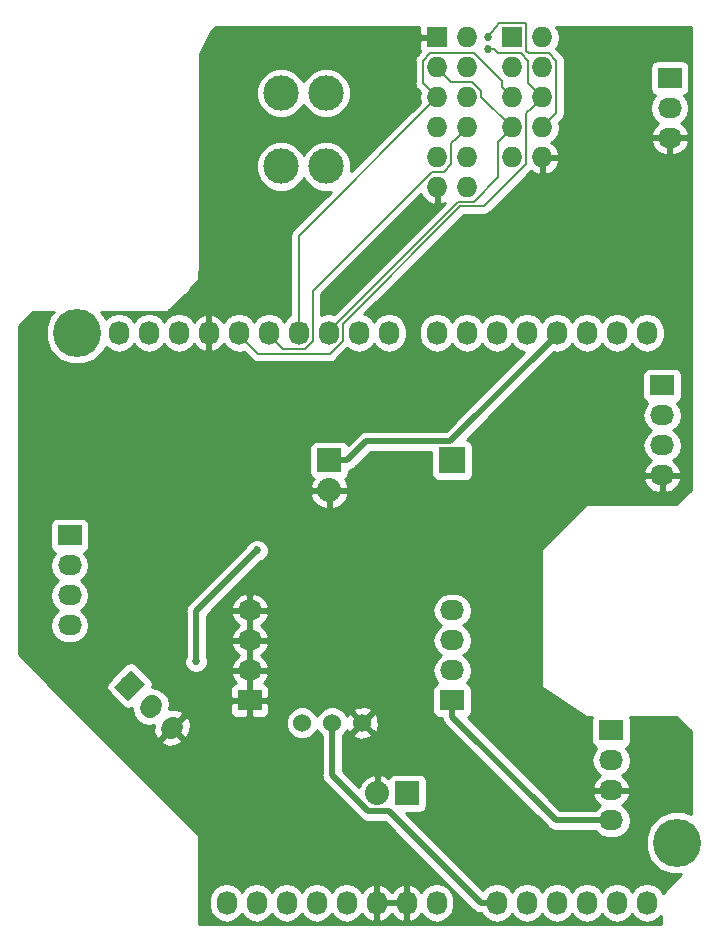
<source format=gbl>
G04 #@! TF.GenerationSoftware,KiCad,Pcbnew,5.0.0-rc2*
G04 #@! TF.CreationDate,2018-12-02T13:55:14-05:00*
G04 #@! TF.ProjectId,uno,756E6F2E6B696361645F706362000000,v1.0*
G04 #@! TF.SameCoordinates,Original*
G04 #@! TF.FileFunction,Copper,L2,Bot,Signal*
G04 #@! TF.FilePolarity,Positive*
%FSLAX46Y46*%
G04 Gerber Fmt 4.6, Leading zero omitted, Abs format (unit mm)*
G04 Created by KiCad (PCBNEW 5.0.0-rc2) date Sun Dec  2 13:55:14 2018*
%MOMM*%
%LPD*%
G01*
G04 APERTURE LIST*
G04 #@! TA.AperFunction,ComponentPad*
%ADD10O,2.032000X1.727200*%
G04 #@! TD*
G04 #@! TA.AperFunction,ComponentPad*
%ADD11R,2.032000X1.727200*%
G04 #@! TD*
G04 #@! TA.AperFunction,ComponentPad*
%ADD12O,1.727200X2.032000*%
G04 #@! TD*
G04 #@! TA.AperFunction,ComponentPad*
%ADD13C,1.727200*%
G04 #@! TD*
G04 #@! TA.AperFunction,ComponentPad*
%ADD14C,4.064000*%
G04 #@! TD*
G04 #@! TA.AperFunction,ComponentPad*
%ADD15R,1.727200X1.727200*%
G04 #@! TD*
G04 #@! TA.AperFunction,ComponentPad*
%ADD16O,1.727200X1.727200*%
G04 #@! TD*
G04 #@! TA.AperFunction,ComponentPad*
%ADD17C,2.999740*%
G04 #@! TD*
G04 #@! TA.AperFunction,ComponentPad*
%ADD18R,2.235200X2.235200*%
G04 #@! TD*
G04 #@! TA.AperFunction,Conductor*
%ADD19C,1.727200*%
G04 #@! TD*
G04 #@! TA.AperFunction,Conductor*
%ADD20C,0.100000*%
G04 #@! TD*
G04 #@! TA.AperFunction,ComponentPad*
%ADD21C,1.524000*%
G04 #@! TD*
G04 #@! TA.AperFunction,ComponentPad*
%ADD22O,2.032000X2.032000*%
G04 #@! TD*
G04 #@! TA.AperFunction,ComponentPad*
%ADD23R,2.032000X2.032000*%
G04 #@! TD*
G04 #@! TA.AperFunction,ViaPad*
%ADD24C,0.685800*%
G04 #@! TD*
G04 #@! TA.AperFunction,Conductor*
%ADD25C,0.508000*%
G04 #@! TD*
G04 #@! TA.AperFunction,Conductor*
%ADD26C,0.152400*%
G04 #@! TD*
G04 #@! TA.AperFunction,Conductor*
%ADD27C,0.254000*%
G04 #@! TD*
G04 APERTURE END LIST*
D10*
G04 #@! TO.P,P1,4*
G04 #@! TO.N,+5V*
X67310000Y-83820000D03*
G04 #@! TO.P,P1,3*
X67310000Y-86360000D03*
G04 #@! TO.P,P1,2*
X67310000Y-88900000D03*
D11*
G04 #@! TO.P,P1,1*
X67310000Y-91440000D03*
G04 #@! TD*
D12*
G04 #@! TO.P,U5,NC*
G04 #@! TO.N,Net-(U5-PadNC)*
X48209200Y-108585000D03*
G04 #@! TO.P,U5,IO*
G04 #@! TO.N,IOREF*
X50749200Y-108585000D03*
G04 #@! TO.P,U5,RST*
G04 #@! TO.N,RESET*
X53289200Y-108585000D03*
G04 #@! TO.P,U5,3V3*
G04 #@! TO.N,+3V3*
X55829200Y-108585000D03*
G04 #@! TO.P,U5,5V*
G04 #@! TO.N,+5V*
X58369200Y-108585000D03*
G04 #@! TO.P,U5,GND1*
G04 #@! TO.N,GND*
X60909200Y-108585000D03*
G04 #@! TO.P,U5,GND2*
X63449200Y-108585000D03*
G04 #@! TO.P,U5,VIN*
G04 #@! TO.N,VIN*
X65989200Y-108585000D03*
G04 #@! TO.P,U5,A0*
G04 #@! TO.N,/A0*
X71094600Y-108585000D03*
G04 #@! TO.P,U5,A1*
G04 #@! TO.N,/A1*
X73634600Y-108585000D03*
G04 #@! TO.P,U5,A2*
G04 #@! TO.N,/A2*
X76174600Y-108585000D03*
G04 #@! TO.P,U5,A5*
G04 #@! TO.N,/A5*
X83794600Y-108585000D03*
G04 #@! TO.P,U5,A4*
G04 #@! TO.N,/A4*
X81254600Y-108585000D03*
G04 #@! TO.P,U5,A3*
G04 #@! TO.N,/A3*
X78714600Y-108585000D03*
G04 #@! TO.P,U5,D1*
G04 #@! TO.N,/D1*
X81254600Y-60325000D03*
G04 #@! TO.P,U5,D0*
G04 #@! TO.N,/D0*
X83794600Y-60325000D03*
G04 #@! TO.P,U5,D5*
G04 #@! TO.N,/D5*
X71094600Y-60325000D03*
G04 #@! TO.P,U5,D4*
G04 #@! TO.N,/D4*
X73634600Y-60325000D03*
G04 #@! TO.P,U5,D6*
G04 #@! TO.N,/D6*
X68554600Y-60325000D03*
G04 #@! TO.P,U5,D7*
G04 #@! TO.N,/D7*
X66014600Y-60325000D03*
G04 #@! TO.P,U5,D3*
G04 #@! TO.N,/D3*
X76174600Y-60325000D03*
G04 #@! TO.P,U5,D2*
G04 #@! TO.N,/D2*
X78714600Y-60325000D03*
G04 #@! TO.P,U5,D13*
G04 #@! TO.N,/D13*
X49250600Y-60325000D03*
G04 #@! TO.P,U5,D12*
G04 #@! TO.N,/D12*
X51790600Y-60325000D03*
G04 #@! TO.P,U5,D11*
G04 #@! TO.N,/D11*
X54330600Y-60325000D03*
G04 #@! TO.P,U5,D8*
G04 #@! TO.N,/D8*
X61950600Y-60325000D03*
G04 #@! TO.P,U5,D9*
G04 #@! TO.N,/D9*
X59410600Y-60325000D03*
G04 #@! TO.P,U5,D10*
G04 #@! TO.N,/CS*
X56870600Y-60325000D03*
G04 #@! TO.P,U5,AREF*
G04 #@! TO.N,/AREF*
X44170600Y-60325000D03*
G04 #@! TO.P,U5,GND3*
G04 #@! TO.N,GND*
X46710600Y-60325000D03*
G04 #@! TO.P,U5,SCL*
G04 #@! TO.N,/A5*
X39090600Y-60325000D03*
G04 #@! TO.P,U5,SDA*
G04 #@! TO.N,/A4*
X41630600Y-60325000D03*
D13*
G04 #@! TO.P,U5,H1*
G04 #@! TO.N,N/C*
X35509200Y-60375800D03*
G04 #@! TD*
D14*
G04 #@! TO.P,U2,1*
G04 #@! TO.N,Net-(U2-Pad1)*
X86360000Y-103505000D03*
G04 #@! TD*
G04 #@! TO.P,U3,1*
G04 #@! TO.N,Net-(U3-Pad1)*
X35560000Y-60325000D03*
G04 #@! TD*
D15*
G04 #@! TO.P,P2,1*
G04 #@! TO.N,/CLKOUT*
X72390000Y-35306000D03*
D16*
G04 #@! TO.P,P2,2*
G04 #@! TO.N,/INT*
X74930000Y-35306000D03*
G04 #@! TO.P,P2,3*
G04 #@! TO.N,/WOL*
X72390000Y-37846000D03*
G04 #@! TO.P,P2,4*
G04 #@! TO.N,/D12*
X74930000Y-37846000D03*
G04 #@! TO.P,P2,5*
G04 #@! TO.N,/D11*
X72390000Y-40386000D03*
G04 #@! TO.P,P2,6*
G04 #@! TO.N,/D13*
X74930000Y-40386000D03*
G04 #@! TO.P,P2,7*
G04 #@! TO.N,/CS*
X72390000Y-42926000D03*
G04 #@! TO.P,P2,8*
G04 #@! TO.N,/RST*
X74930000Y-42926000D03*
G04 #@! TO.P,P2,9*
G04 #@! TO.N,/VCC_Branch*
X72390000Y-45466000D03*
G04 #@! TO.P,P2,10*
G04 #@! TO.N,GND*
X74930000Y-45466000D03*
G04 #@! TD*
D17*
G04 #@! TO.P,P3,1*
G04 #@! TO.N,+3V3*
X52832000Y-46228000D03*
G04 #@! TO.P,P3,2*
G04 #@! TO.N,/VCC_Branch*
X56642000Y-46228000D03*
G04 #@! TD*
G04 #@! TO.P,P4,2*
G04 #@! TO.N,/VCC_Branch*
X56642000Y-40006500D03*
G04 #@! TO.P,P4,1*
G04 #@! TO.N,+5V*
X52832000Y-40006500D03*
G04 #@! TD*
D11*
G04 #@! TO.P,P5,1*
G04 #@! TO.N,GND*
X50165000Y-91440000D03*
D10*
G04 #@! TO.P,P5,2*
X50165000Y-88900000D03*
G04 #@! TO.P,P5,3*
X50165000Y-86360000D03*
G04 #@! TO.P,P5,4*
X50165000Y-83820000D03*
G04 #@! TD*
D18*
G04 #@! TO.P,P6,1*
G04 #@! TO.N,/UNUSED*
X67310000Y-71120000D03*
G04 #@! TD*
D15*
G04 #@! TO.P,P7,1*
G04 #@! TO.N,GND*
X66040000Y-35306000D03*
D16*
G04 #@! TO.P,P7,2*
G04 #@! TO.N,/Q3*
X68580000Y-35306000D03*
G04 #@! TO.P,P7,3*
G04 #@! TO.N,/CS*
X66040000Y-37846000D03*
G04 #@! TO.P,P7,4*
G04 #@! TO.N,/RST*
X68580000Y-37846000D03*
G04 #@! TO.P,P7,5*
G04 #@! TO.N,/D11*
X66040000Y-40386000D03*
G04 #@! TO.P,P7,6*
G04 #@! TO.N,/D13*
X68580000Y-40386000D03*
G04 #@! TO.P,P7,7*
G04 #@! TO.N,/WOL*
X66040000Y-42926000D03*
G04 #@! TO.P,P7,8*
G04 #@! TO.N,/D12*
X68580000Y-42926000D03*
G04 #@! TO.P,P7,9*
G04 #@! TO.N,/CLKOUT*
X66040000Y-45466000D03*
G04 #@! TO.P,P7,10*
G04 #@! TO.N,/INT*
X68580000Y-45466000D03*
G04 #@! TO.P,P7,11*
G04 #@! TO.N,GND*
X66040000Y-48006000D03*
G04 #@! TO.P,P7,12*
G04 #@! TO.N,/VCC_Branch*
X68580000Y-48006000D03*
G04 #@! TD*
D13*
G04 #@! TO.P,P8,3*
G04 #@! TO.N,GND*
X43597102Y-93762102D03*
D19*
G04 #@! TD*
G04 #@! TO.N,GND*
G04 #@! TO.C,P8*
X43489339Y-93869865D02*
X43704865Y-93654339D01*
D13*
G04 #@! TO.P,P8,2*
G04 #@! TO.N,/D4*
X41801051Y-91966051D03*
D19*
G04 #@! TD*
G04 #@! TO.N,/D4*
G04 #@! TO.C,P8*
X41693288Y-92073814D02*
X41908814Y-91858288D01*
D13*
G04 #@! TO.P,P8,1*
G04 #@! TO.N,+5V*
X40005000Y-90170000D03*
D20*
G04 #@! TD*
G04 #@! TO.N,+5V*
G04 #@! TO.C,P8*
G36*
X39897237Y-91499078D02*
X38675922Y-90277763D01*
X40112763Y-88840922D01*
X41334078Y-90062237D01*
X39897237Y-91499078D01*
X39897237Y-91499078D01*
G37*
D11*
G04 #@! TO.P,P9,1*
G04 #@! TO.N,+5V*
X85725000Y-38735000D03*
D10*
G04 #@! TO.P,P9,2*
G04 #@! TO.N,/D2*
X85725000Y-41275000D03*
G04 #@! TO.P,P9,3*
G04 #@! TO.N,GND*
X85725000Y-43815000D03*
G04 #@! TD*
D21*
G04 #@! TO.P,P10,2*
G04 #@! TO.N,/A0*
X57150000Y-93345000D03*
G04 #@! TO.P,P10,3*
G04 #@! TO.N,GND*
X59690000Y-93345000D03*
G04 #@! TO.P,P10,1*
G04 #@! TO.N,+5V*
X54610000Y-93345000D03*
G04 #@! TD*
D22*
G04 #@! TO.P,P11,2*
G04 #@! TO.N,GND*
X60960000Y-99314000D03*
D23*
G04 #@! TO.P,P11,1*
G04 #@! TO.N,/A1*
X63500000Y-99314000D03*
G04 #@! TD*
G04 #@! TO.P,P12,1*
G04 #@! TO.N,/D3*
X56896000Y-71120000D03*
D22*
G04 #@! TO.P,P12,2*
G04 #@! TO.N,GND*
X56896000Y-73660000D03*
G04 #@! TD*
D11*
G04 #@! TO.P,P13,1*
G04 #@! TO.N,/A4*
X80772000Y-93980000D03*
D10*
G04 #@! TO.P,P13,2*
G04 #@! TO.N,/A5*
X80772000Y-96520000D03*
G04 #@! TO.P,P13,3*
G04 #@! TO.N,GND*
X80772000Y-99060000D03*
G04 #@! TO.P,P13,4*
G04 #@! TO.N,+5V*
X80772000Y-101600000D03*
G04 #@! TD*
D11*
G04 #@! TO.P,P14,1*
G04 #@! TO.N,+5V*
X85090000Y-64770000D03*
D10*
G04 #@! TO.P,P14,2*
G04 #@! TO.N,/D7*
X85090000Y-67310000D03*
G04 #@! TO.P,P14,3*
G04 #@! TO.N,Net-(P14-Pad3)*
X85090000Y-69850000D03*
G04 #@! TO.P,P14,4*
G04 #@! TO.N,GND*
X85090000Y-72390000D03*
G04 #@! TD*
D11*
G04 #@! TO.P,P15,1*
G04 #@! TO.N,+3V3*
X34925000Y-77470000D03*
D10*
G04 #@! TO.P,P15,2*
X34925000Y-80010000D03*
G04 #@! TO.P,P15,3*
X34925000Y-82550000D03*
G04 #@! TO.P,P15,4*
X34925000Y-85090000D03*
G04 #@! TD*
D24*
G04 #@! TO.N,GND*
X81280000Y-69850000D03*
X63246000Y-51308000D03*
X68326000Y-54356000D03*
X59055000Y-55880000D03*
X50800000Y-55245000D03*
G04 #@! TO.N,/RST*
X70358000Y-35306000D03*
G04 #@! TO.N,/D13*
X70358000Y-36322000D03*
G04 #@! TO.N,/D4*
X45629102Y-88138000D03*
X50800000Y-78740000D03*
G04 #@! TD*
D25*
G04 #@! TO.N,GND*
X50165000Y-83820000D02*
X50165000Y-91440000D01*
G04 #@! TO.N,+5V*
X79908400Y-101600000D02*
X80772000Y-101600000D01*
X67310000Y-92811600D02*
X76098400Y-101600000D01*
X67310000Y-91440000D02*
X67310000Y-92811600D01*
X76098400Y-101600000D02*
X80772000Y-101600000D01*
D26*
G04 #@! TO.N,/RST*
X71262239Y-34112199D02*
X70358000Y-35306000D01*
X73583801Y-34178239D02*
X73517761Y-34112199D01*
X73517761Y-34112199D02*
X71262239Y-34112199D01*
X73583801Y-36433761D02*
X73583801Y-34178239D01*
X73802239Y-36652199D02*
X73583801Y-36433761D01*
X76123801Y-37272975D02*
X75503025Y-36652199D01*
X76123801Y-41732199D02*
X76123801Y-37272975D01*
X75503025Y-36652199D02*
X73802239Y-36652199D01*
X74930000Y-42926000D02*
X76123801Y-41732199D01*
X70358000Y-35016438D02*
X70358000Y-35306000D01*
X70358000Y-35306000D02*
X70358000Y-35016438D01*
G04 #@! TO.N,/CS*
X71196199Y-44119801D02*
X71526401Y-43789599D01*
X71196199Y-47156627D02*
X71196199Y-44119801D01*
X69153025Y-49199801D02*
X71196199Y-47156627D01*
X67843399Y-49199801D02*
X69153025Y-49199801D01*
X71526401Y-43789599D02*
X72390000Y-42926000D01*
X56870600Y-60172600D02*
X67843399Y-49199801D01*
X56870600Y-60325000D02*
X56870600Y-60172600D01*
X67233801Y-39039801D02*
X66903599Y-38709599D01*
X69000627Y-39039801D02*
X67233801Y-39039801D01*
X66903599Y-38709599D02*
X66040000Y-37846000D01*
X69773801Y-39812975D02*
X69000627Y-39039801D01*
X69773801Y-40309801D02*
X69773801Y-39812975D01*
X72390000Y-42926000D02*
X69773801Y-40309801D01*
G04 #@! TO.N,/D13*
X74066401Y-41249599D02*
X74930000Y-40386000D01*
X49250600Y-60325000D02*
X49250600Y-60477400D01*
X49250600Y-60477400D02*
X50850819Y-62077619D01*
X50850819Y-62077619D02*
X56958683Y-62077619D01*
X58064410Y-60971892D02*
X58064410Y-59553540D01*
X58064410Y-59553540D02*
X68011739Y-49606211D01*
X68011739Y-49606211D02*
X70016615Y-49606211D01*
X73583801Y-41732199D02*
X74066401Y-41249599D01*
X70016615Y-49606211D02*
X73583801Y-46039025D01*
X56958683Y-62077619D02*
X58064410Y-60971892D01*
X73583801Y-46039025D02*
X73583801Y-41732199D01*
X73736199Y-39192199D02*
X74066401Y-39522401D01*
X73736199Y-37272975D02*
X73736199Y-39192199D01*
X74066401Y-39522401D02*
X74930000Y-40386000D01*
X71173132Y-36652199D02*
X73115423Y-36652199D01*
X70842933Y-36322000D02*
X71173132Y-36652199D01*
X73115423Y-36652199D02*
X73736199Y-37272975D01*
X70358000Y-36322000D02*
X70842933Y-36322000D01*
G04 #@! TO.N,/D11*
X54330600Y-52095400D02*
X66040000Y-40386000D01*
X54330600Y-60325000D02*
X54330600Y-52095400D01*
X71526401Y-39522401D02*
X72390000Y-40386000D01*
X69153025Y-36652199D02*
X71526401Y-39025575D01*
X65466975Y-36652199D02*
X69153025Y-36652199D01*
X64846199Y-37272975D02*
X65466975Y-36652199D01*
X64846199Y-39192199D02*
X64846199Y-37272975D01*
X71526401Y-39025575D02*
X71526401Y-39522401D01*
X66040000Y-40386000D02*
X64846199Y-39192199D01*
G04 #@! TO.N,/D12*
X67233801Y-44272199D02*
X67716401Y-43789599D01*
X66613025Y-46659801D02*
X67233801Y-46039025D01*
X65608199Y-46659801D02*
X66613025Y-46659801D01*
X67716401Y-43789599D02*
X68580000Y-42926000D01*
X67233801Y-46039025D02*
X67233801Y-44272199D01*
X55524410Y-56743590D02*
X65608199Y-46659801D01*
X55524410Y-60971892D02*
X55524410Y-56743590D01*
X54825092Y-61671210D02*
X55524410Y-60971892D01*
X52984410Y-61671210D02*
X54825092Y-61671210D01*
X51790600Y-60477400D02*
X52984410Y-61671210D01*
X51790600Y-60325000D02*
X51790600Y-60477400D01*
D25*
G04 #@! TO.N,/D4*
X45629102Y-83910898D02*
X45629102Y-88138000D01*
X50800000Y-78740000D02*
X45629102Y-83910898D01*
G04 #@! TO.N,/D3*
X58420000Y-71120000D02*
X56896000Y-71120000D01*
X60045601Y-69494399D02*
X58420000Y-71120000D01*
X76174600Y-60477400D02*
X67157601Y-69494399D01*
X67157601Y-69494399D02*
X60045601Y-69494399D01*
X76174600Y-60325000D02*
X76174600Y-60477400D01*
G04 #@! TO.N,/A0*
X57150000Y-94422630D02*
X57150000Y-93345000D01*
X60228479Y-100838001D02*
X57150000Y-97759522D01*
X61976001Y-100838001D02*
X60228479Y-100838001D01*
X69723000Y-108585000D02*
X61976001Y-100838001D01*
X57150000Y-97759522D02*
X57150000Y-94422630D01*
X71094600Y-108585000D02*
X69723000Y-108585000D01*
G04 #@! TD*
D27*
G04 #@! TO.N,GND*
G36*
X64541400Y-35020250D02*
X64700150Y-35179000D01*
X65913000Y-35179000D01*
X65913000Y-35159000D01*
X66167000Y-35159000D01*
X66167000Y-35179000D01*
X66187000Y-35179000D01*
X66187000Y-35433000D01*
X66167000Y-35433000D01*
X66167000Y-35453000D01*
X65913000Y-35453000D01*
X65913000Y-35433000D01*
X64700150Y-35433000D01*
X64541400Y-35591750D01*
X64541400Y-36295910D01*
X64622261Y-36491125D01*
X64392833Y-36720553D01*
X64333454Y-36760229D01*
X64293778Y-36819608D01*
X64293775Y-36819611D01*
X64176264Y-36995479D01*
X64121067Y-37272975D01*
X64135000Y-37343021D01*
X64134999Y-39122157D01*
X64121067Y-39192199D01*
X64134999Y-39262240D01*
X64134999Y-39262244D01*
X64176263Y-39469694D01*
X64176264Y-39469695D01*
X64293775Y-39645563D01*
X64293777Y-39645565D01*
X64333453Y-39704944D01*
X64392832Y-39744620D01*
X64598675Y-39950463D01*
X64512041Y-40386000D01*
X64598675Y-40821537D01*
X58776870Y-46643342D01*
X58776870Y-45803348D01*
X58451856Y-45018693D01*
X57851307Y-44418144D01*
X57066652Y-44093130D01*
X56217348Y-44093130D01*
X55432693Y-44418144D01*
X54832144Y-45018693D01*
X54737000Y-45248391D01*
X54641856Y-45018693D01*
X54041307Y-44418144D01*
X53256652Y-44093130D01*
X52407348Y-44093130D01*
X51622693Y-44418144D01*
X51022144Y-45018693D01*
X50697130Y-45803348D01*
X50697130Y-46652652D01*
X51022144Y-47437307D01*
X51622693Y-48037856D01*
X52407348Y-48362870D01*
X53256652Y-48362870D01*
X54041307Y-48037856D01*
X54641856Y-47437307D01*
X54737000Y-47207609D01*
X54832144Y-47437307D01*
X55432693Y-48037856D01*
X56217348Y-48362870D01*
X57057342Y-48362870D01*
X53877234Y-51542978D01*
X53817855Y-51582654D01*
X53778179Y-51642033D01*
X53778176Y-51642036D01*
X53660665Y-51817904D01*
X53605468Y-52095400D01*
X53619401Y-52165446D01*
X53619400Y-58845459D01*
X53250170Y-59092171D01*
X53060600Y-59375882D01*
X52871029Y-59092170D01*
X52375324Y-58760950D01*
X51790600Y-58644641D01*
X51205875Y-58760951D01*
X50710170Y-59092171D01*
X50520600Y-59375882D01*
X50331029Y-59092170D01*
X49835324Y-58760950D01*
X49250600Y-58644641D01*
X48665875Y-58760951D01*
X48170170Y-59092171D01*
X47976691Y-59381733D01*
X47612636Y-58974268D01*
X47085391Y-58720291D01*
X47069626Y-58717642D01*
X46837600Y-58838783D01*
X46837600Y-60198000D01*
X46857600Y-60198000D01*
X46857600Y-60452000D01*
X46837600Y-60452000D01*
X46837600Y-61811217D01*
X47069626Y-61932358D01*
X47085391Y-61929709D01*
X47612636Y-61675732D01*
X47976691Y-61268267D01*
X48170171Y-61557830D01*
X48665876Y-61889050D01*
X49250600Y-62005359D01*
X49686136Y-61918725D01*
X50298397Y-62530986D01*
X50338073Y-62590365D01*
X50397452Y-62630041D01*
X50397454Y-62630043D01*
X50573321Y-62747554D01*
X50573322Y-62747554D01*
X50573323Y-62747555D01*
X50780773Y-62788819D01*
X50780776Y-62788819D01*
X50850818Y-62802751D01*
X50920860Y-62788819D01*
X56888642Y-62788819D01*
X56958683Y-62802751D01*
X57028724Y-62788819D01*
X57028729Y-62788819D01*
X57236179Y-62747555D01*
X57471429Y-62590365D01*
X57511107Y-62530983D01*
X58422541Y-61619550D01*
X58825876Y-61889050D01*
X59410600Y-62005359D01*
X59995325Y-61889049D01*
X60491030Y-61557829D01*
X60680600Y-61274118D01*
X60870171Y-61557830D01*
X61365876Y-61889050D01*
X61950600Y-62005359D01*
X62535325Y-61889049D01*
X63031030Y-61557829D01*
X63362250Y-61062124D01*
X63449200Y-60624997D01*
X63449199Y-60025002D01*
X63362249Y-59587875D01*
X63031029Y-59092170D01*
X62535324Y-58760950D01*
X61950600Y-58644641D01*
X61365875Y-58760951D01*
X60870170Y-59092171D01*
X60680600Y-59375882D01*
X60491029Y-59092170D01*
X59995324Y-58760950D01*
X59884777Y-58738961D01*
X68306328Y-50317411D01*
X69946574Y-50317411D01*
X70016615Y-50331343D01*
X70086656Y-50317411D01*
X70086661Y-50317411D01*
X70294111Y-50276147D01*
X70529361Y-50118957D01*
X70569039Y-50059575D01*
X74000607Y-46628008D01*
X74041510Y-46672821D01*
X74570973Y-46920968D01*
X74803000Y-46800469D01*
X74803000Y-45593000D01*
X75057000Y-45593000D01*
X75057000Y-46800469D01*
X75289027Y-46920968D01*
X75818490Y-46672821D01*
X76212688Y-46240947D01*
X76384958Y-45825026D01*
X76263817Y-45593000D01*
X75057000Y-45593000D01*
X74803000Y-45593000D01*
X74783000Y-45593000D01*
X74783000Y-45339000D01*
X74803000Y-45339000D01*
X74803000Y-45319000D01*
X75057000Y-45319000D01*
X75057000Y-45339000D01*
X76263817Y-45339000D01*
X76384958Y-45106974D01*
X76212688Y-44691053D01*
X75818490Y-44259179D01*
X75708979Y-44207854D01*
X75759605Y-44174026D01*
X84117642Y-44174026D01*
X84120291Y-44189791D01*
X84374268Y-44717036D01*
X84810680Y-45106954D01*
X85363087Y-45300184D01*
X85598000Y-45155924D01*
X85598000Y-43942000D01*
X85852000Y-43942000D01*
X85852000Y-45155924D01*
X86086913Y-45300184D01*
X86639320Y-45106954D01*
X87075732Y-44717036D01*
X87329709Y-44189791D01*
X87332358Y-44174026D01*
X87211217Y-43942000D01*
X85852000Y-43942000D01*
X85598000Y-43942000D01*
X84238783Y-43942000D01*
X84117642Y-44174026D01*
X75759605Y-44174026D01*
X76010430Y-44006430D01*
X76341650Y-43510725D01*
X76457959Y-42926000D01*
X76371325Y-42490463D01*
X76577170Y-42284619D01*
X76636546Y-42244945D01*
X76676220Y-42185569D01*
X76676225Y-42185564D01*
X76793736Y-42009696D01*
X76848933Y-41732199D01*
X76835000Y-41662152D01*
X76835000Y-41275000D01*
X84044641Y-41275000D01*
X84160950Y-41859725D01*
X84492170Y-42355430D01*
X84781732Y-42548910D01*
X84374268Y-42912964D01*
X84120291Y-43440209D01*
X84117642Y-43455974D01*
X84238783Y-43688000D01*
X85598000Y-43688000D01*
X85598000Y-43668000D01*
X85852000Y-43668000D01*
X85852000Y-43688000D01*
X87211217Y-43688000D01*
X87332358Y-43455974D01*
X87329709Y-43440209D01*
X87075732Y-42912964D01*
X86668268Y-42548910D01*
X86957830Y-42355430D01*
X87289050Y-41859725D01*
X87405359Y-41275000D01*
X87289050Y-40690275D01*
X86962749Y-40201932D01*
X86988765Y-40196757D01*
X87198809Y-40056409D01*
X87339157Y-39846365D01*
X87388440Y-39598600D01*
X87388440Y-37871400D01*
X87339157Y-37623635D01*
X87198809Y-37413591D01*
X86988765Y-37273243D01*
X86741000Y-37223960D01*
X84709000Y-37223960D01*
X84461235Y-37273243D01*
X84251191Y-37413591D01*
X84110843Y-37623635D01*
X84061560Y-37871400D01*
X84061560Y-39598600D01*
X84110843Y-39846365D01*
X84251191Y-40056409D01*
X84461235Y-40196757D01*
X84487251Y-40201932D01*
X84160950Y-40690275D01*
X84044641Y-41275000D01*
X76835000Y-41275000D01*
X76835001Y-37343017D01*
X76848933Y-37272975D01*
X76835001Y-37202933D01*
X76835001Y-37202930D01*
X76793737Y-36995480D01*
X76774003Y-36965946D01*
X76676225Y-36819610D01*
X76676221Y-36819606D01*
X76636547Y-36760230D01*
X76577171Y-36720556D01*
X76103602Y-36246988D01*
X76341650Y-35890725D01*
X76457959Y-35306000D01*
X76341650Y-34721275D01*
X76138339Y-34417000D01*
X87503000Y-34417000D01*
X87503000Y-73607394D01*
X86307394Y-74803000D01*
X78740000Y-74803000D01*
X78691399Y-74812667D01*
X78650197Y-74840197D01*
X74840197Y-78650197D01*
X74812667Y-78691399D01*
X74803000Y-78740000D01*
X74803000Y-90170000D01*
X74812667Y-90218601D01*
X74840197Y-90259803D01*
X74859553Y-90275670D01*
X78669553Y-92815670D01*
X78740000Y-92837000D01*
X79178981Y-92837000D01*
X79157843Y-92868635D01*
X79108560Y-93116400D01*
X79108560Y-94843600D01*
X79157843Y-95091365D01*
X79298191Y-95301409D01*
X79508235Y-95441757D01*
X79534251Y-95446932D01*
X79207950Y-95935275D01*
X79091641Y-96520000D01*
X79207950Y-97104725D01*
X79539170Y-97600430D01*
X79828732Y-97793910D01*
X79421268Y-98157964D01*
X79167291Y-98685209D01*
X79164642Y-98700974D01*
X79285783Y-98933000D01*
X80645000Y-98933000D01*
X80645000Y-98913000D01*
X80899000Y-98913000D01*
X80899000Y-98933000D01*
X82258217Y-98933000D01*
X82379358Y-98700974D01*
X82376709Y-98685209D01*
X82122732Y-98157964D01*
X81715268Y-97793910D01*
X82004830Y-97600430D01*
X82336050Y-97104725D01*
X82452359Y-96520000D01*
X82336050Y-95935275D01*
X82009749Y-95446932D01*
X82035765Y-95441757D01*
X82245809Y-95301409D01*
X82386157Y-95091365D01*
X82435440Y-94843600D01*
X82435440Y-93116400D01*
X82386157Y-92868635D01*
X82365019Y-92837000D01*
X86307394Y-92837000D01*
X87503000Y-94032606D01*
X87503000Y-101091706D01*
X86890499Y-100838000D01*
X85829501Y-100838000D01*
X84849266Y-101244026D01*
X84099026Y-101994266D01*
X83693000Y-102974501D01*
X83693000Y-104035499D01*
X84099026Y-105015734D01*
X84849266Y-105765974D01*
X85829501Y-106172000D01*
X86688394Y-106172000D01*
X85128652Y-107731742D01*
X84875029Y-107352170D01*
X84379324Y-107020950D01*
X83794600Y-106904641D01*
X83209875Y-107020951D01*
X82714170Y-107352171D01*
X82524600Y-107635882D01*
X82335029Y-107352170D01*
X81839324Y-107020950D01*
X81254600Y-106904641D01*
X80669875Y-107020951D01*
X80174170Y-107352171D01*
X79984600Y-107635882D01*
X79795029Y-107352170D01*
X79299324Y-107020950D01*
X78714600Y-106904641D01*
X78129875Y-107020951D01*
X77634170Y-107352171D01*
X77444600Y-107635882D01*
X77255029Y-107352170D01*
X76759324Y-107020950D01*
X76174600Y-106904641D01*
X75589875Y-107020951D01*
X75094170Y-107352171D01*
X74904600Y-107635882D01*
X74715029Y-107352170D01*
X74219324Y-107020950D01*
X73634600Y-106904641D01*
X73049875Y-107020951D01*
X72554170Y-107352171D01*
X72364600Y-107635882D01*
X72175029Y-107352170D01*
X71679324Y-107020950D01*
X71094600Y-106904641D01*
X70509875Y-107020951D01*
X70014170Y-107352171D01*
X69907320Y-107512084D01*
X63372675Y-100977440D01*
X64516000Y-100977440D01*
X64763765Y-100928157D01*
X64973809Y-100787809D01*
X65114157Y-100577765D01*
X65163440Y-100330000D01*
X65163440Y-98298000D01*
X65114157Y-98050235D01*
X64973809Y-97840191D01*
X64763765Y-97699843D01*
X64516000Y-97650560D01*
X62484000Y-97650560D01*
X62236235Y-97699843D01*
X62026191Y-97840191D01*
X61921338Y-97997113D01*
X61824818Y-97907615D01*
X61342944Y-97708025D01*
X61087000Y-97827164D01*
X61087000Y-99187000D01*
X61107000Y-99187000D01*
X61107000Y-99441000D01*
X61087000Y-99441000D01*
X61087000Y-99461000D01*
X60833000Y-99461000D01*
X60833000Y-99441000D01*
X60813000Y-99441000D01*
X60813000Y-99187000D01*
X60833000Y-99187000D01*
X60833000Y-97827164D01*
X60577056Y-97708025D01*
X60095182Y-97907615D01*
X59622812Y-98345621D01*
X59424738Y-98777024D01*
X58038999Y-97391286D01*
X58039000Y-94431657D01*
X58145444Y-94325213D01*
X58889392Y-94325213D01*
X58958857Y-94567397D01*
X59482302Y-94754144D01*
X60037368Y-94726362D01*
X60421143Y-94567397D01*
X60490608Y-94325213D01*
X59690000Y-93524605D01*
X58889392Y-94325213D01*
X58145444Y-94325213D01*
X58334320Y-94136337D01*
X58413428Y-93945353D01*
X58467603Y-94076143D01*
X58709787Y-94145608D01*
X59510395Y-93345000D01*
X59869605Y-93345000D01*
X60670213Y-94145608D01*
X60912397Y-94076143D01*
X61099144Y-93552698D01*
X61071362Y-92997632D01*
X60912397Y-92613857D01*
X60670213Y-92544392D01*
X59869605Y-93345000D01*
X59510395Y-93345000D01*
X58709787Y-92544392D01*
X58467603Y-92613857D01*
X58417465Y-92754393D01*
X58334320Y-92553663D01*
X58145444Y-92364787D01*
X58889392Y-92364787D01*
X59690000Y-93165395D01*
X60490608Y-92364787D01*
X60421143Y-92122603D01*
X59897698Y-91935856D01*
X59342632Y-91963638D01*
X58958857Y-92122603D01*
X58889392Y-92364787D01*
X58145444Y-92364787D01*
X57941337Y-92160680D01*
X57427881Y-91948000D01*
X56872119Y-91948000D01*
X56358663Y-92160680D01*
X55965680Y-92553663D01*
X55880000Y-92760513D01*
X55794320Y-92553663D01*
X55401337Y-92160680D01*
X54887881Y-91948000D01*
X54332119Y-91948000D01*
X53818663Y-92160680D01*
X53425680Y-92553663D01*
X53213000Y-93067119D01*
X53213000Y-93622881D01*
X53425680Y-94136337D01*
X53818663Y-94529320D01*
X54332119Y-94742000D01*
X54887881Y-94742000D01*
X55401337Y-94529320D01*
X55794320Y-94136337D01*
X55880000Y-93929487D01*
X55965680Y-94136337D01*
X56261000Y-94431657D01*
X56261000Y-94510185D01*
X56261001Y-94510190D01*
X56261000Y-97671967D01*
X56243584Y-97759522D01*
X56261000Y-97847077D01*
X56312581Y-98106391D01*
X56509067Y-98400454D01*
X56583293Y-98450050D01*
X59537949Y-101404707D01*
X59587546Y-101478934D01*
X59881609Y-101675420D01*
X60140923Y-101727001D01*
X60140924Y-101727001D01*
X60228479Y-101744417D01*
X60316034Y-101727001D01*
X61607766Y-101727001D01*
X69032471Y-109151707D01*
X69082067Y-109225933D01*
X69376130Y-109422419D01*
X69635444Y-109474000D01*
X69722999Y-109491416D01*
X69787495Y-109478587D01*
X70014171Y-109817830D01*
X70509876Y-110149050D01*
X71094600Y-110265359D01*
X71679325Y-110149049D01*
X72175030Y-109817829D01*
X72364600Y-109534118D01*
X72554171Y-109817830D01*
X73049876Y-110149050D01*
X73634600Y-110265359D01*
X74219325Y-110149049D01*
X74715030Y-109817829D01*
X74904600Y-109534118D01*
X75094171Y-109817830D01*
X75589876Y-110149050D01*
X76174600Y-110265359D01*
X76759325Y-110149049D01*
X77255030Y-109817829D01*
X77444600Y-109534118D01*
X77634171Y-109817830D01*
X78129876Y-110149050D01*
X78714600Y-110265359D01*
X79299325Y-110149049D01*
X79795030Y-109817829D01*
X79984600Y-109534118D01*
X80174171Y-109817830D01*
X80669876Y-110149050D01*
X81254600Y-110265359D01*
X81839325Y-110149049D01*
X82335030Y-109817829D01*
X82524600Y-109534118D01*
X82714171Y-109817830D01*
X83209876Y-110149050D01*
X83794600Y-110265359D01*
X84379325Y-110149049D01*
X84875030Y-109817829D01*
X84963000Y-109686173D01*
X84963000Y-110363000D01*
X45847000Y-110363000D01*
X45847000Y-108285003D01*
X46710600Y-108285003D01*
X46710601Y-108884998D01*
X46797551Y-109322125D01*
X47128771Y-109817830D01*
X47624476Y-110149050D01*
X48209200Y-110265359D01*
X48793925Y-110149049D01*
X49289630Y-109817829D01*
X49479200Y-109534118D01*
X49668771Y-109817830D01*
X50164476Y-110149050D01*
X50749200Y-110265359D01*
X51333925Y-110149049D01*
X51829630Y-109817829D01*
X52019200Y-109534118D01*
X52208771Y-109817830D01*
X52704476Y-110149050D01*
X53289200Y-110265359D01*
X53873925Y-110149049D01*
X54369630Y-109817829D01*
X54559200Y-109534118D01*
X54748771Y-109817830D01*
X55244476Y-110149050D01*
X55829200Y-110265359D01*
X56413925Y-110149049D01*
X56909630Y-109817829D01*
X57099200Y-109534118D01*
X57288771Y-109817830D01*
X57784476Y-110149050D01*
X58369200Y-110265359D01*
X58953925Y-110149049D01*
X59449630Y-109817829D01*
X59643109Y-109528267D01*
X60007164Y-109935732D01*
X60534409Y-110189709D01*
X60550174Y-110192358D01*
X60782200Y-110071217D01*
X60782200Y-108712000D01*
X61036200Y-108712000D01*
X61036200Y-110071217D01*
X61268226Y-110192358D01*
X61283991Y-110189709D01*
X61811236Y-109935732D01*
X62179200Y-109523892D01*
X62547164Y-109935732D01*
X63074409Y-110189709D01*
X63090174Y-110192358D01*
X63322200Y-110071217D01*
X63322200Y-108712000D01*
X61036200Y-108712000D01*
X60782200Y-108712000D01*
X60762200Y-108712000D01*
X60762200Y-108458000D01*
X60782200Y-108458000D01*
X60782200Y-107098783D01*
X61036200Y-107098783D01*
X61036200Y-108458000D01*
X63322200Y-108458000D01*
X63322200Y-107098783D01*
X63576200Y-107098783D01*
X63576200Y-108458000D01*
X63596200Y-108458000D01*
X63596200Y-108712000D01*
X63576200Y-108712000D01*
X63576200Y-110071217D01*
X63808226Y-110192358D01*
X63823991Y-110189709D01*
X64351236Y-109935732D01*
X64715291Y-109528267D01*
X64908771Y-109817830D01*
X65404476Y-110149050D01*
X65989200Y-110265359D01*
X66573925Y-110149049D01*
X67069630Y-109817829D01*
X67400850Y-109322124D01*
X67487800Y-108884997D01*
X67487799Y-108285002D01*
X67400849Y-107847875D01*
X67069629Y-107352170D01*
X66573924Y-107020950D01*
X65989200Y-106904641D01*
X65404475Y-107020951D01*
X64908770Y-107352171D01*
X64715291Y-107641733D01*
X64351236Y-107234268D01*
X63823991Y-106980291D01*
X63808226Y-106977642D01*
X63576200Y-107098783D01*
X63322200Y-107098783D01*
X63090174Y-106977642D01*
X63074409Y-106980291D01*
X62547164Y-107234268D01*
X62179200Y-107646108D01*
X61811236Y-107234268D01*
X61283991Y-106980291D01*
X61268226Y-106977642D01*
X61036200Y-107098783D01*
X60782200Y-107098783D01*
X60550174Y-106977642D01*
X60534409Y-106980291D01*
X60007164Y-107234268D01*
X59643109Y-107641733D01*
X59449629Y-107352170D01*
X58953924Y-107020950D01*
X58369200Y-106904641D01*
X57784475Y-107020951D01*
X57288770Y-107352171D01*
X57099200Y-107635882D01*
X56909629Y-107352170D01*
X56413924Y-107020950D01*
X55829200Y-106904641D01*
X55244475Y-107020951D01*
X54748770Y-107352171D01*
X54559200Y-107635882D01*
X54369629Y-107352170D01*
X53873924Y-107020950D01*
X53289200Y-106904641D01*
X52704475Y-107020951D01*
X52208770Y-107352171D01*
X52019200Y-107635882D01*
X51829629Y-107352170D01*
X51333924Y-107020950D01*
X50749200Y-106904641D01*
X50164475Y-107020951D01*
X49668770Y-107352171D01*
X49479200Y-107635882D01*
X49289629Y-107352170D01*
X48793924Y-107020950D01*
X48209200Y-106904641D01*
X47624475Y-107020951D01*
X47128770Y-107352171D01*
X46797550Y-107847876D01*
X46710600Y-108285003D01*
X45847000Y-108285003D01*
X45847000Y-102870000D01*
X45837333Y-102821399D01*
X45809803Y-102780197D01*
X37932425Y-94902819D01*
X42635990Y-94902819D01*
X42714398Y-95152545D01*
X42727419Y-95161820D01*
X43279826Y-95355050D01*
X43864130Y-95322173D01*
X44391375Y-95068197D01*
X44455476Y-94800081D01*
X43597102Y-93941707D01*
X42635990Y-94902819D01*
X37932425Y-94902819D01*
X34259957Y-91230351D01*
X33331952Y-90277763D01*
X38028482Y-90277763D01*
X38077765Y-90525528D01*
X38218113Y-90735572D01*
X39439428Y-91956887D01*
X39649472Y-92097235D01*
X39897237Y-92146518D01*
X40145002Y-92097235D01*
X40167057Y-92082498D01*
X40281638Y-92658538D01*
X40612858Y-93154244D01*
X41108564Y-93485464D01*
X41693288Y-93601772D01*
X42034850Y-93533832D01*
X42004154Y-94079378D01*
X42197384Y-94631785D01*
X42206659Y-94644806D01*
X42456385Y-94723214D01*
X43417497Y-93762102D01*
X43776707Y-93762102D01*
X44635081Y-94620476D01*
X44903197Y-94556375D01*
X45157173Y-94029130D01*
X45190050Y-93444826D01*
X44996820Y-92892419D01*
X44987545Y-92879398D01*
X44737819Y-92800990D01*
X43776707Y-93762102D01*
X43417497Y-93762102D01*
X43403355Y-93747960D01*
X43582960Y-93568355D01*
X43597102Y-93582497D01*
X44558214Y-92621385D01*
X44479806Y-92371659D01*
X44466785Y-92362384D01*
X43914378Y-92169154D01*
X43368832Y-92199850D01*
X43436772Y-91858288D01*
X43410409Y-91725750D01*
X48514000Y-91725750D01*
X48514000Y-92429910D01*
X48610673Y-92663299D01*
X48789302Y-92841927D01*
X49022691Y-92938600D01*
X49879250Y-92938600D01*
X50038000Y-92779850D01*
X50038000Y-91567000D01*
X50292000Y-91567000D01*
X50292000Y-92779850D01*
X50450750Y-92938600D01*
X51307309Y-92938600D01*
X51540698Y-92841927D01*
X51719327Y-92663299D01*
X51816000Y-92429910D01*
X51816000Y-91725750D01*
X51657250Y-91567000D01*
X50292000Y-91567000D01*
X50038000Y-91567000D01*
X48672750Y-91567000D01*
X48514000Y-91725750D01*
X43410409Y-91725750D01*
X43320464Y-91273564D01*
X42989244Y-90777858D01*
X42498705Y-90450090D01*
X48514000Y-90450090D01*
X48514000Y-91154250D01*
X48672750Y-91313000D01*
X50038000Y-91313000D01*
X50038000Y-89027000D01*
X50292000Y-89027000D01*
X50292000Y-91313000D01*
X51657250Y-91313000D01*
X51816000Y-91154250D01*
X51816000Y-90450090D01*
X51719327Y-90216701D01*
X51540698Y-90038073D01*
X51343139Y-89956241D01*
X51515732Y-89802036D01*
X51769709Y-89274791D01*
X51772358Y-89259026D01*
X51651217Y-89027000D01*
X50292000Y-89027000D01*
X50038000Y-89027000D01*
X48678783Y-89027000D01*
X48557642Y-89259026D01*
X48560291Y-89274791D01*
X48814268Y-89802036D01*
X48986861Y-89956241D01*
X48789302Y-90038073D01*
X48610673Y-90216701D01*
X48514000Y-90450090D01*
X42498705Y-90450090D01*
X42493538Y-90446638D01*
X41917498Y-90332057D01*
X41932235Y-90310002D01*
X41981518Y-90062237D01*
X41932235Y-89814472D01*
X41791887Y-89604428D01*
X40570572Y-88383113D01*
X40360528Y-88242765D01*
X40112763Y-88193482D01*
X39864998Y-88242765D01*
X39654954Y-88383113D01*
X38218113Y-89819954D01*
X38077765Y-90029998D01*
X38028482Y-90277763D01*
X33331952Y-90277763D01*
X31057913Y-87943484D01*
X44651202Y-87943484D01*
X44651202Y-88332516D01*
X44800079Y-88691936D01*
X45075166Y-88967023D01*
X45434586Y-89115900D01*
X45823618Y-89115900D01*
X46183038Y-88967023D01*
X46458125Y-88691936D01*
X46607002Y-88332516D01*
X46607002Y-87943484D01*
X46518102Y-87728861D01*
X46518102Y-86719026D01*
X48557642Y-86719026D01*
X48560291Y-86734791D01*
X48814268Y-87262036D01*
X49226108Y-87630000D01*
X48814268Y-87997964D01*
X48560291Y-88525209D01*
X48557642Y-88540974D01*
X48678783Y-88773000D01*
X50038000Y-88773000D01*
X50038000Y-86487000D01*
X50292000Y-86487000D01*
X50292000Y-88773000D01*
X51651217Y-88773000D01*
X51772358Y-88540974D01*
X51769709Y-88525209D01*
X51515732Y-87997964D01*
X51103892Y-87630000D01*
X51515732Y-87262036D01*
X51769709Y-86734791D01*
X51772358Y-86719026D01*
X51651217Y-86487000D01*
X50292000Y-86487000D01*
X50038000Y-86487000D01*
X48678783Y-86487000D01*
X48557642Y-86719026D01*
X46518102Y-86719026D01*
X46518101Y-84279134D01*
X46618209Y-84179026D01*
X48557642Y-84179026D01*
X48560291Y-84194791D01*
X48814268Y-84722036D01*
X49226108Y-85090000D01*
X48814268Y-85457964D01*
X48560291Y-85985209D01*
X48557642Y-86000974D01*
X48678783Y-86233000D01*
X50038000Y-86233000D01*
X50038000Y-83947000D01*
X50292000Y-83947000D01*
X50292000Y-86233000D01*
X51651217Y-86233000D01*
X51772358Y-86000974D01*
X51769709Y-85985209D01*
X51515732Y-85457964D01*
X51103892Y-85090000D01*
X51515732Y-84722036D01*
X51769709Y-84194791D01*
X51772358Y-84179026D01*
X51651217Y-83947000D01*
X50292000Y-83947000D01*
X50038000Y-83947000D01*
X48678783Y-83947000D01*
X48557642Y-84179026D01*
X46618209Y-84179026D01*
X46977235Y-83820000D01*
X65629641Y-83820000D01*
X65745950Y-84404725D01*
X66077170Y-84900430D01*
X66360881Y-85090000D01*
X66077170Y-85279570D01*
X65745950Y-85775275D01*
X65629641Y-86360000D01*
X65745950Y-86944725D01*
X66077170Y-87440430D01*
X66360881Y-87630000D01*
X66077170Y-87819570D01*
X65745950Y-88315275D01*
X65629641Y-88900000D01*
X65745950Y-89484725D01*
X66072251Y-89973068D01*
X66046235Y-89978243D01*
X65836191Y-90118591D01*
X65695843Y-90328635D01*
X65646560Y-90576400D01*
X65646560Y-92303600D01*
X65695843Y-92551365D01*
X65836191Y-92761409D01*
X66046235Y-92901757D01*
X66294000Y-92951040D01*
X66431321Y-92951040D01*
X66472582Y-93158470D01*
X66567090Y-93299911D01*
X66669068Y-93452533D01*
X66743294Y-93502129D01*
X75407871Y-102166707D01*
X75457467Y-102240933D01*
X75751530Y-102437419D01*
X76010844Y-102489000D01*
X76010848Y-102489000D01*
X76098399Y-102506415D01*
X76185950Y-102489000D01*
X79411260Y-102489000D01*
X79539170Y-102680430D01*
X80034875Y-103011650D01*
X80472002Y-103098600D01*
X81071998Y-103098600D01*
X81509125Y-103011650D01*
X82004830Y-102680430D01*
X82336050Y-102184725D01*
X82452359Y-101600000D01*
X82336050Y-101015275D01*
X82004830Y-100519570D01*
X81715268Y-100326090D01*
X82122732Y-99962036D01*
X82376709Y-99434791D01*
X82379358Y-99419026D01*
X82258217Y-99187000D01*
X80899000Y-99187000D01*
X80899000Y-99207000D01*
X80645000Y-99207000D01*
X80645000Y-99187000D01*
X79285783Y-99187000D01*
X79164642Y-99419026D01*
X79167291Y-99434791D01*
X79421268Y-99962036D01*
X79828732Y-100326090D01*
X79539170Y-100519570D01*
X79411260Y-100711000D01*
X76466636Y-100711000D01*
X68623896Y-92868261D01*
X68783809Y-92761409D01*
X68924157Y-92551365D01*
X68973440Y-92303600D01*
X68973440Y-90576400D01*
X68924157Y-90328635D01*
X68783809Y-90118591D01*
X68573765Y-89978243D01*
X68547749Y-89973068D01*
X68874050Y-89484725D01*
X68990359Y-88900000D01*
X68874050Y-88315275D01*
X68542830Y-87819570D01*
X68259119Y-87630000D01*
X68542830Y-87440430D01*
X68874050Y-86944725D01*
X68990359Y-86360000D01*
X68874050Y-85775275D01*
X68542830Y-85279570D01*
X68259119Y-85090000D01*
X68542830Y-84900430D01*
X68874050Y-84404725D01*
X68990359Y-83820000D01*
X68874050Y-83235275D01*
X68542830Y-82739570D01*
X68047125Y-82408350D01*
X67609998Y-82321400D01*
X67010002Y-82321400D01*
X66572875Y-82408350D01*
X66077170Y-82739570D01*
X65745950Y-83235275D01*
X65629641Y-83820000D01*
X46977235Y-83820000D01*
X47336261Y-83460974D01*
X48557642Y-83460974D01*
X48678783Y-83693000D01*
X50038000Y-83693000D01*
X50038000Y-82479076D01*
X50292000Y-82479076D01*
X50292000Y-83693000D01*
X51651217Y-83693000D01*
X51772358Y-83460974D01*
X51769709Y-83445209D01*
X51515732Y-82917964D01*
X51079320Y-82528046D01*
X50526913Y-82334816D01*
X50292000Y-82479076D01*
X50038000Y-82479076D01*
X49803087Y-82334816D01*
X49250680Y-82528046D01*
X48814268Y-82917964D01*
X48560291Y-83445209D01*
X48557642Y-83460974D01*
X47336261Y-83460974D01*
X51139313Y-79657923D01*
X51353936Y-79569023D01*
X51629023Y-79293936D01*
X51777900Y-78934516D01*
X51777900Y-78545484D01*
X51629023Y-78186064D01*
X51353936Y-77910977D01*
X50994516Y-77762100D01*
X50605484Y-77762100D01*
X50246064Y-77910977D01*
X49970977Y-78186064D01*
X49882077Y-78400687D01*
X45062395Y-83220370D01*
X44988169Y-83269966D01*
X44791683Y-83564029D01*
X44766029Y-83693000D01*
X44722686Y-83910898D01*
X44740102Y-83998453D01*
X44740103Y-87728859D01*
X44651202Y-87943484D01*
X31057913Y-87943484D01*
X30607000Y-87480627D01*
X30607000Y-80010000D01*
X33244641Y-80010000D01*
X33360950Y-80594725D01*
X33692170Y-81090430D01*
X33975881Y-81280000D01*
X33692170Y-81469570D01*
X33360950Y-81965275D01*
X33244641Y-82550000D01*
X33360950Y-83134725D01*
X33692170Y-83630430D01*
X33975881Y-83820000D01*
X33692170Y-84009570D01*
X33360950Y-84505275D01*
X33244641Y-85090000D01*
X33360950Y-85674725D01*
X33692170Y-86170430D01*
X34187875Y-86501650D01*
X34625002Y-86588600D01*
X35224998Y-86588600D01*
X35662125Y-86501650D01*
X36157830Y-86170430D01*
X36489050Y-85674725D01*
X36605359Y-85090000D01*
X36489050Y-84505275D01*
X36157830Y-84009570D01*
X35874119Y-83820000D01*
X36157830Y-83630430D01*
X36489050Y-83134725D01*
X36605359Y-82550000D01*
X36489050Y-81965275D01*
X36157830Y-81469570D01*
X35874119Y-81280000D01*
X36157830Y-81090430D01*
X36489050Y-80594725D01*
X36605359Y-80010000D01*
X36489050Y-79425275D01*
X36162749Y-78936932D01*
X36188765Y-78931757D01*
X36398809Y-78791409D01*
X36539157Y-78581365D01*
X36588440Y-78333600D01*
X36588440Y-76606400D01*
X36539157Y-76358635D01*
X36398809Y-76148591D01*
X36188765Y-76008243D01*
X35941000Y-75958960D01*
X33909000Y-75958960D01*
X33661235Y-76008243D01*
X33451191Y-76148591D01*
X33310843Y-76358635D01*
X33261560Y-76606400D01*
X33261560Y-78333600D01*
X33310843Y-78581365D01*
X33451191Y-78791409D01*
X33661235Y-78931757D01*
X33687251Y-78936932D01*
X33360950Y-79425275D01*
X33244641Y-80010000D01*
X30607000Y-80010000D01*
X30607000Y-74042944D01*
X55290025Y-74042944D01*
X55489615Y-74524818D01*
X55927621Y-74997188D01*
X56513054Y-75265983D01*
X56769000Y-75147367D01*
X56769000Y-73787000D01*
X57023000Y-73787000D01*
X57023000Y-75147367D01*
X57278946Y-75265983D01*
X57864379Y-74997188D01*
X58302385Y-74524818D01*
X58501975Y-74042944D01*
X58382836Y-73787000D01*
X57023000Y-73787000D01*
X56769000Y-73787000D01*
X55409164Y-73787000D01*
X55290025Y-74042944D01*
X30607000Y-74042944D01*
X30607000Y-70104000D01*
X55232560Y-70104000D01*
X55232560Y-72136000D01*
X55281843Y-72383765D01*
X55422191Y-72593809D01*
X55579113Y-72698662D01*
X55489615Y-72795182D01*
X55290025Y-73277056D01*
X55409164Y-73533000D01*
X56769000Y-73533000D01*
X56769000Y-73513000D01*
X57023000Y-73513000D01*
X57023000Y-73533000D01*
X58382836Y-73533000D01*
X58501975Y-73277056D01*
X58302385Y-72795182D01*
X58212887Y-72698662D01*
X58369809Y-72593809D01*
X58510157Y-72383765D01*
X58559440Y-72136000D01*
X58559440Y-71998680D01*
X58766870Y-71957419D01*
X59060933Y-71760933D01*
X59110531Y-71686704D01*
X60413837Y-70383399D01*
X65544960Y-70383399D01*
X65544960Y-72237600D01*
X65594243Y-72485365D01*
X65734591Y-72695409D01*
X65944635Y-72835757D01*
X66192400Y-72885040D01*
X68427600Y-72885040D01*
X68675365Y-72835757D01*
X68805166Y-72749026D01*
X83482642Y-72749026D01*
X83485291Y-72764791D01*
X83739268Y-73292036D01*
X84175680Y-73681954D01*
X84728087Y-73875184D01*
X84963000Y-73730924D01*
X84963000Y-72517000D01*
X85217000Y-72517000D01*
X85217000Y-73730924D01*
X85451913Y-73875184D01*
X86004320Y-73681954D01*
X86440732Y-73292036D01*
X86694709Y-72764791D01*
X86697358Y-72749026D01*
X86576217Y-72517000D01*
X85217000Y-72517000D01*
X84963000Y-72517000D01*
X83603783Y-72517000D01*
X83482642Y-72749026D01*
X68805166Y-72749026D01*
X68885409Y-72695409D01*
X69025757Y-72485365D01*
X69075040Y-72237600D01*
X69075040Y-70002400D01*
X69025757Y-69754635D01*
X68885409Y-69544591D01*
X68675365Y-69404243D01*
X68533259Y-69375977D01*
X70599236Y-67310000D01*
X83409641Y-67310000D01*
X83525950Y-67894725D01*
X83857170Y-68390430D01*
X84140881Y-68580000D01*
X83857170Y-68769570D01*
X83525950Y-69265275D01*
X83409641Y-69850000D01*
X83525950Y-70434725D01*
X83857170Y-70930430D01*
X84146732Y-71123910D01*
X83739268Y-71487964D01*
X83485291Y-72015209D01*
X83482642Y-72030974D01*
X83603783Y-72263000D01*
X84963000Y-72263000D01*
X84963000Y-72243000D01*
X85217000Y-72243000D01*
X85217000Y-72263000D01*
X86576217Y-72263000D01*
X86697358Y-72030974D01*
X86694709Y-72015209D01*
X86440732Y-71487964D01*
X86033268Y-71123910D01*
X86322830Y-70930430D01*
X86654050Y-70434725D01*
X86770359Y-69850000D01*
X86654050Y-69265275D01*
X86322830Y-68769570D01*
X86039119Y-68580000D01*
X86322830Y-68390430D01*
X86654050Y-67894725D01*
X86770359Y-67310000D01*
X86654050Y-66725275D01*
X86327749Y-66236932D01*
X86353765Y-66231757D01*
X86563809Y-66091409D01*
X86704157Y-65881365D01*
X86753440Y-65633600D01*
X86753440Y-63906400D01*
X86704157Y-63658635D01*
X86563809Y-63448591D01*
X86353765Y-63308243D01*
X86106000Y-63258960D01*
X84074000Y-63258960D01*
X83826235Y-63308243D01*
X83616191Y-63448591D01*
X83475843Y-63658635D01*
X83426560Y-63906400D01*
X83426560Y-65633600D01*
X83475843Y-65881365D01*
X83616191Y-66091409D01*
X83826235Y-66231757D01*
X83852251Y-66236932D01*
X83525950Y-66725275D01*
X83409641Y-67310000D01*
X70599236Y-67310000D01*
X75948793Y-61960443D01*
X76174600Y-62005359D01*
X76759325Y-61889049D01*
X77255030Y-61557829D01*
X77444600Y-61274118D01*
X77634171Y-61557830D01*
X78129876Y-61889050D01*
X78714600Y-62005359D01*
X79299325Y-61889049D01*
X79795030Y-61557829D01*
X79984600Y-61274118D01*
X80174171Y-61557830D01*
X80669876Y-61889050D01*
X81254600Y-62005359D01*
X81839325Y-61889049D01*
X82335030Y-61557829D01*
X82524600Y-61274118D01*
X82714171Y-61557830D01*
X83209876Y-61889050D01*
X83794600Y-62005359D01*
X84379325Y-61889049D01*
X84875030Y-61557829D01*
X85206250Y-61062124D01*
X85293200Y-60624997D01*
X85293199Y-60025002D01*
X85206249Y-59587875D01*
X84875029Y-59092170D01*
X84379324Y-58760950D01*
X83794600Y-58644641D01*
X83209875Y-58760951D01*
X82714170Y-59092171D01*
X82524600Y-59375882D01*
X82335029Y-59092170D01*
X81839324Y-58760950D01*
X81254600Y-58644641D01*
X80669875Y-58760951D01*
X80174170Y-59092171D01*
X79984600Y-59375882D01*
X79795029Y-59092170D01*
X79299324Y-58760950D01*
X78714600Y-58644641D01*
X78129875Y-58760951D01*
X77634170Y-59092171D01*
X77444600Y-59375882D01*
X77255029Y-59092170D01*
X76759324Y-58760950D01*
X76174600Y-58644641D01*
X75589875Y-58760951D01*
X75094170Y-59092171D01*
X74904600Y-59375882D01*
X74715029Y-59092170D01*
X74219324Y-58760950D01*
X73634600Y-58644641D01*
X73049875Y-58760951D01*
X72554170Y-59092171D01*
X72364600Y-59375882D01*
X72175029Y-59092170D01*
X71679324Y-58760950D01*
X71094600Y-58644641D01*
X70509875Y-58760951D01*
X70014170Y-59092171D01*
X69824600Y-59375882D01*
X69635029Y-59092170D01*
X69139324Y-58760950D01*
X68554600Y-58644641D01*
X67969875Y-58760951D01*
X67474170Y-59092171D01*
X67284600Y-59375882D01*
X67095029Y-59092170D01*
X66599324Y-58760950D01*
X66014600Y-58644641D01*
X65429875Y-58760951D01*
X64934170Y-59092171D01*
X64602950Y-59587876D01*
X64516000Y-60025003D01*
X64516001Y-60624998D01*
X64602951Y-61062125D01*
X64934171Y-61557830D01*
X65429876Y-61889050D01*
X66014600Y-62005359D01*
X66599325Y-61889049D01*
X67095030Y-61557829D01*
X67284600Y-61274118D01*
X67474171Y-61557830D01*
X67969876Y-61889050D01*
X68554600Y-62005359D01*
X69139325Y-61889049D01*
X69635030Y-61557829D01*
X69824600Y-61274118D01*
X70014171Y-61557830D01*
X70509876Y-61889050D01*
X71094600Y-62005359D01*
X71679325Y-61889049D01*
X72175030Y-61557829D01*
X72364600Y-61274118D01*
X72554171Y-61557830D01*
X73049876Y-61889050D01*
X73430086Y-61964679D01*
X66789366Y-68605399D01*
X60133156Y-68605399D01*
X60045601Y-68587983D01*
X59958046Y-68605399D01*
X59958045Y-68605399D01*
X59698731Y-68656980D01*
X59404668Y-68853466D01*
X59355072Y-68927692D01*
X58476660Y-69806104D01*
X58369809Y-69646191D01*
X58159765Y-69505843D01*
X57912000Y-69456560D01*
X55880000Y-69456560D01*
X55632235Y-69505843D01*
X55422191Y-69646191D01*
X55281843Y-69856235D01*
X55232560Y-70104000D01*
X30607000Y-70104000D01*
X30607000Y-59742606D01*
X31802606Y-58547000D01*
X33566292Y-58547000D01*
X33299026Y-58814266D01*
X32893000Y-59794501D01*
X32893000Y-60855499D01*
X33299026Y-61835734D01*
X34049266Y-62585974D01*
X35029501Y-62992000D01*
X36090499Y-62992000D01*
X37070734Y-62585974D01*
X37820974Y-61835734D01*
X37964437Y-61489384D01*
X38010171Y-61557830D01*
X38505876Y-61889050D01*
X39090600Y-62005359D01*
X39675325Y-61889049D01*
X40171030Y-61557829D01*
X40360600Y-61274118D01*
X40550171Y-61557830D01*
X41045876Y-61889050D01*
X41630600Y-62005359D01*
X42215325Y-61889049D01*
X42711030Y-61557829D01*
X42900600Y-61274118D01*
X43090171Y-61557830D01*
X43585876Y-61889050D01*
X44170600Y-62005359D01*
X44755325Y-61889049D01*
X45251030Y-61557829D01*
X45444509Y-61268267D01*
X45808564Y-61675732D01*
X46335809Y-61929709D01*
X46351574Y-61932358D01*
X46583600Y-61811217D01*
X46583600Y-60452000D01*
X46563600Y-60452000D01*
X46563600Y-60198000D01*
X46583600Y-60198000D01*
X46583600Y-58838783D01*
X46351574Y-58717642D01*
X46335809Y-58720291D01*
X45808564Y-58974268D01*
X45444509Y-59381733D01*
X45251029Y-59092170D01*
X44755324Y-58760950D01*
X44170600Y-58644641D01*
X43585875Y-58760951D01*
X43090170Y-59092171D01*
X42900600Y-59375882D01*
X42711029Y-59092170D01*
X42215324Y-58760950D01*
X41630600Y-58644641D01*
X41045875Y-58760951D01*
X40550170Y-59092171D01*
X40360600Y-59375882D01*
X40171029Y-59092170D01*
X39675324Y-58760950D01*
X39090600Y-58644641D01*
X38505875Y-58760951D01*
X38010170Y-59092171D01*
X37964437Y-59160616D01*
X37820974Y-58814266D01*
X37553708Y-58547000D01*
X43180000Y-58547000D01*
X43228601Y-58537333D01*
X43269803Y-58509803D01*
X44408582Y-57371024D01*
X44411364Y-57369437D01*
X44478932Y-57312942D01*
X44991427Y-56827451D01*
X45016149Y-56797884D01*
X45044326Y-56771608D01*
X45097085Y-56701085D01*
X45132428Y-56647178D01*
X45809803Y-55969803D01*
X45837333Y-55928601D01*
X45847000Y-55880000D01*
X45847000Y-55193780D01*
X45881935Y-55141496D01*
X45923199Y-54934046D01*
X45923200Y-53269955D01*
X45923200Y-53269954D01*
X45923200Y-39581848D01*
X50697130Y-39581848D01*
X50697130Y-40431152D01*
X51022144Y-41215807D01*
X51622693Y-41816356D01*
X52407348Y-42141370D01*
X53256652Y-42141370D01*
X54041307Y-41816356D01*
X54641856Y-41215807D01*
X54737000Y-40986109D01*
X54832144Y-41215807D01*
X55432693Y-41816356D01*
X56217348Y-42141370D01*
X57066652Y-42141370D01*
X57851307Y-41816356D01*
X58451856Y-41215807D01*
X58776870Y-40431152D01*
X58776870Y-39581848D01*
X58451856Y-38797193D01*
X57851307Y-38196644D01*
X57066652Y-37871630D01*
X56217348Y-37871630D01*
X55432693Y-38196644D01*
X54832144Y-38797193D01*
X54737000Y-39026891D01*
X54641856Y-38797193D01*
X54041307Y-38196644D01*
X53256652Y-37871630D01*
X52407348Y-37871630D01*
X51622693Y-38196644D01*
X51022144Y-38797193D01*
X50697130Y-39581848D01*
X45923200Y-39581848D01*
X45923199Y-36707582D01*
X46947009Y-34659963D01*
X47330123Y-34437432D01*
X47397584Y-34417000D01*
X64541400Y-34417000D01*
X64541400Y-35020250D01*
X64541400Y-35020250D01*
G37*
X64541400Y-35020250D02*
X64700150Y-35179000D01*
X65913000Y-35179000D01*
X65913000Y-35159000D01*
X66167000Y-35159000D01*
X66167000Y-35179000D01*
X66187000Y-35179000D01*
X66187000Y-35433000D01*
X66167000Y-35433000D01*
X66167000Y-35453000D01*
X65913000Y-35453000D01*
X65913000Y-35433000D01*
X64700150Y-35433000D01*
X64541400Y-35591750D01*
X64541400Y-36295910D01*
X64622261Y-36491125D01*
X64392833Y-36720553D01*
X64333454Y-36760229D01*
X64293778Y-36819608D01*
X64293775Y-36819611D01*
X64176264Y-36995479D01*
X64121067Y-37272975D01*
X64135000Y-37343021D01*
X64134999Y-39122157D01*
X64121067Y-39192199D01*
X64134999Y-39262240D01*
X64134999Y-39262244D01*
X64176263Y-39469694D01*
X64176264Y-39469695D01*
X64293775Y-39645563D01*
X64293777Y-39645565D01*
X64333453Y-39704944D01*
X64392832Y-39744620D01*
X64598675Y-39950463D01*
X64512041Y-40386000D01*
X64598675Y-40821537D01*
X58776870Y-46643342D01*
X58776870Y-45803348D01*
X58451856Y-45018693D01*
X57851307Y-44418144D01*
X57066652Y-44093130D01*
X56217348Y-44093130D01*
X55432693Y-44418144D01*
X54832144Y-45018693D01*
X54737000Y-45248391D01*
X54641856Y-45018693D01*
X54041307Y-44418144D01*
X53256652Y-44093130D01*
X52407348Y-44093130D01*
X51622693Y-44418144D01*
X51022144Y-45018693D01*
X50697130Y-45803348D01*
X50697130Y-46652652D01*
X51022144Y-47437307D01*
X51622693Y-48037856D01*
X52407348Y-48362870D01*
X53256652Y-48362870D01*
X54041307Y-48037856D01*
X54641856Y-47437307D01*
X54737000Y-47207609D01*
X54832144Y-47437307D01*
X55432693Y-48037856D01*
X56217348Y-48362870D01*
X57057342Y-48362870D01*
X53877234Y-51542978D01*
X53817855Y-51582654D01*
X53778179Y-51642033D01*
X53778176Y-51642036D01*
X53660665Y-51817904D01*
X53605468Y-52095400D01*
X53619401Y-52165446D01*
X53619400Y-58845459D01*
X53250170Y-59092171D01*
X53060600Y-59375882D01*
X52871029Y-59092170D01*
X52375324Y-58760950D01*
X51790600Y-58644641D01*
X51205875Y-58760951D01*
X50710170Y-59092171D01*
X50520600Y-59375882D01*
X50331029Y-59092170D01*
X49835324Y-58760950D01*
X49250600Y-58644641D01*
X48665875Y-58760951D01*
X48170170Y-59092171D01*
X47976691Y-59381733D01*
X47612636Y-58974268D01*
X47085391Y-58720291D01*
X47069626Y-58717642D01*
X46837600Y-58838783D01*
X46837600Y-60198000D01*
X46857600Y-60198000D01*
X46857600Y-60452000D01*
X46837600Y-60452000D01*
X46837600Y-61811217D01*
X47069626Y-61932358D01*
X47085391Y-61929709D01*
X47612636Y-61675732D01*
X47976691Y-61268267D01*
X48170171Y-61557830D01*
X48665876Y-61889050D01*
X49250600Y-62005359D01*
X49686136Y-61918725D01*
X50298397Y-62530986D01*
X50338073Y-62590365D01*
X50397452Y-62630041D01*
X50397454Y-62630043D01*
X50573321Y-62747554D01*
X50573322Y-62747554D01*
X50573323Y-62747555D01*
X50780773Y-62788819D01*
X50780776Y-62788819D01*
X50850818Y-62802751D01*
X50920860Y-62788819D01*
X56888642Y-62788819D01*
X56958683Y-62802751D01*
X57028724Y-62788819D01*
X57028729Y-62788819D01*
X57236179Y-62747555D01*
X57471429Y-62590365D01*
X57511107Y-62530983D01*
X58422541Y-61619550D01*
X58825876Y-61889050D01*
X59410600Y-62005359D01*
X59995325Y-61889049D01*
X60491030Y-61557829D01*
X60680600Y-61274118D01*
X60870171Y-61557830D01*
X61365876Y-61889050D01*
X61950600Y-62005359D01*
X62535325Y-61889049D01*
X63031030Y-61557829D01*
X63362250Y-61062124D01*
X63449200Y-60624997D01*
X63449199Y-60025002D01*
X63362249Y-59587875D01*
X63031029Y-59092170D01*
X62535324Y-58760950D01*
X61950600Y-58644641D01*
X61365875Y-58760951D01*
X60870170Y-59092171D01*
X60680600Y-59375882D01*
X60491029Y-59092170D01*
X59995324Y-58760950D01*
X59884777Y-58738961D01*
X68306328Y-50317411D01*
X69946574Y-50317411D01*
X70016615Y-50331343D01*
X70086656Y-50317411D01*
X70086661Y-50317411D01*
X70294111Y-50276147D01*
X70529361Y-50118957D01*
X70569039Y-50059575D01*
X74000607Y-46628008D01*
X74041510Y-46672821D01*
X74570973Y-46920968D01*
X74803000Y-46800469D01*
X74803000Y-45593000D01*
X75057000Y-45593000D01*
X75057000Y-46800469D01*
X75289027Y-46920968D01*
X75818490Y-46672821D01*
X76212688Y-46240947D01*
X76384958Y-45825026D01*
X76263817Y-45593000D01*
X75057000Y-45593000D01*
X74803000Y-45593000D01*
X74783000Y-45593000D01*
X74783000Y-45339000D01*
X74803000Y-45339000D01*
X74803000Y-45319000D01*
X75057000Y-45319000D01*
X75057000Y-45339000D01*
X76263817Y-45339000D01*
X76384958Y-45106974D01*
X76212688Y-44691053D01*
X75818490Y-44259179D01*
X75708979Y-44207854D01*
X75759605Y-44174026D01*
X84117642Y-44174026D01*
X84120291Y-44189791D01*
X84374268Y-44717036D01*
X84810680Y-45106954D01*
X85363087Y-45300184D01*
X85598000Y-45155924D01*
X85598000Y-43942000D01*
X85852000Y-43942000D01*
X85852000Y-45155924D01*
X86086913Y-45300184D01*
X86639320Y-45106954D01*
X87075732Y-44717036D01*
X87329709Y-44189791D01*
X87332358Y-44174026D01*
X87211217Y-43942000D01*
X85852000Y-43942000D01*
X85598000Y-43942000D01*
X84238783Y-43942000D01*
X84117642Y-44174026D01*
X75759605Y-44174026D01*
X76010430Y-44006430D01*
X76341650Y-43510725D01*
X76457959Y-42926000D01*
X76371325Y-42490463D01*
X76577170Y-42284619D01*
X76636546Y-42244945D01*
X76676220Y-42185569D01*
X76676225Y-42185564D01*
X76793736Y-42009696D01*
X76848933Y-41732199D01*
X76835000Y-41662152D01*
X76835000Y-41275000D01*
X84044641Y-41275000D01*
X84160950Y-41859725D01*
X84492170Y-42355430D01*
X84781732Y-42548910D01*
X84374268Y-42912964D01*
X84120291Y-43440209D01*
X84117642Y-43455974D01*
X84238783Y-43688000D01*
X85598000Y-43688000D01*
X85598000Y-43668000D01*
X85852000Y-43668000D01*
X85852000Y-43688000D01*
X87211217Y-43688000D01*
X87332358Y-43455974D01*
X87329709Y-43440209D01*
X87075732Y-42912964D01*
X86668268Y-42548910D01*
X86957830Y-42355430D01*
X87289050Y-41859725D01*
X87405359Y-41275000D01*
X87289050Y-40690275D01*
X86962749Y-40201932D01*
X86988765Y-40196757D01*
X87198809Y-40056409D01*
X87339157Y-39846365D01*
X87388440Y-39598600D01*
X87388440Y-37871400D01*
X87339157Y-37623635D01*
X87198809Y-37413591D01*
X86988765Y-37273243D01*
X86741000Y-37223960D01*
X84709000Y-37223960D01*
X84461235Y-37273243D01*
X84251191Y-37413591D01*
X84110843Y-37623635D01*
X84061560Y-37871400D01*
X84061560Y-39598600D01*
X84110843Y-39846365D01*
X84251191Y-40056409D01*
X84461235Y-40196757D01*
X84487251Y-40201932D01*
X84160950Y-40690275D01*
X84044641Y-41275000D01*
X76835000Y-41275000D01*
X76835001Y-37343017D01*
X76848933Y-37272975D01*
X76835001Y-37202933D01*
X76835001Y-37202930D01*
X76793737Y-36995480D01*
X76774003Y-36965946D01*
X76676225Y-36819610D01*
X76676221Y-36819606D01*
X76636547Y-36760230D01*
X76577171Y-36720556D01*
X76103602Y-36246988D01*
X76341650Y-35890725D01*
X76457959Y-35306000D01*
X76341650Y-34721275D01*
X76138339Y-34417000D01*
X87503000Y-34417000D01*
X87503000Y-73607394D01*
X86307394Y-74803000D01*
X78740000Y-74803000D01*
X78691399Y-74812667D01*
X78650197Y-74840197D01*
X74840197Y-78650197D01*
X74812667Y-78691399D01*
X74803000Y-78740000D01*
X74803000Y-90170000D01*
X74812667Y-90218601D01*
X74840197Y-90259803D01*
X74859553Y-90275670D01*
X78669553Y-92815670D01*
X78740000Y-92837000D01*
X79178981Y-92837000D01*
X79157843Y-92868635D01*
X79108560Y-93116400D01*
X79108560Y-94843600D01*
X79157843Y-95091365D01*
X79298191Y-95301409D01*
X79508235Y-95441757D01*
X79534251Y-95446932D01*
X79207950Y-95935275D01*
X79091641Y-96520000D01*
X79207950Y-97104725D01*
X79539170Y-97600430D01*
X79828732Y-97793910D01*
X79421268Y-98157964D01*
X79167291Y-98685209D01*
X79164642Y-98700974D01*
X79285783Y-98933000D01*
X80645000Y-98933000D01*
X80645000Y-98913000D01*
X80899000Y-98913000D01*
X80899000Y-98933000D01*
X82258217Y-98933000D01*
X82379358Y-98700974D01*
X82376709Y-98685209D01*
X82122732Y-98157964D01*
X81715268Y-97793910D01*
X82004830Y-97600430D01*
X82336050Y-97104725D01*
X82452359Y-96520000D01*
X82336050Y-95935275D01*
X82009749Y-95446932D01*
X82035765Y-95441757D01*
X82245809Y-95301409D01*
X82386157Y-95091365D01*
X82435440Y-94843600D01*
X82435440Y-93116400D01*
X82386157Y-92868635D01*
X82365019Y-92837000D01*
X86307394Y-92837000D01*
X87503000Y-94032606D01*
X87503000Y-101091706D01*
X86890499Y-100838000D01*
X85829501Y-100838000D01*
X84849266Y-101244026D01*
X84099026Y-101994266D01*
X83693000Y-102974501D01*
X83693000Y-104035499D01*
X84099026Y-105015734D01*
X84849266Y-105765974D01*
X85829501Y-106172000D01*
X86688394Y-106172000D01*
X85128652Y-107731742D01*
X84875029Y-107352170D01*
X84379324Y-107020950D01*
X83794600Y-106904641D01*
X83209875Y-107020951D01*
X82714170Y-107352171D01*
X82524600Y-107635882D01*
X82335029Y-107352170D01*
X81839324Y-107020950D01*
X81254600Y-106904641D01*
X80669875Y-107020951D01*
X80174170Y-107352171D01*
X79984600Y-107635882D01*
X79795029Y-107352170D01*
X79299324Y-107020950D01*
X78714600Y-106904641D01*
X78129875Y-107020951D01*
X77634170Y-107352171D01*
X77444600Y-107635882D01*
X77255029Y-107352170D01*
X76759324Y-107020950D01*
X76174600Y-106904641D01*
X75589875Y-107020951D01*
X75094170Y-107352171D01*
X74904600Y-107635882D01*
X74715029Y-107352170D01*
X74219324Y-107020950D01*
X73634600Y-106904641D01*
X73049875Y-107020951D01*
X72554170Y-107352171D01*
X72364600Y-107635882D01*
X72175029Y-107352170D01*
X71679324Y-107020950D01*
X71094600Y-106904641D01*
X70509875Y-107020951D01*
X70014170Y-107352171D01*
X69907320Y-107512084D01*
X63372675Y-100977440D01*
X64516000Y-100977440D01*
X64763765Y-100928157D01*
X64973809Y-100787809D01*
X65114157Y-100577765D01*
X65163440Y-100330000D01*
X65163440Y-98298000D01*
X65114157Y-98050235D01*
X64973809Y-97840191D01*
X64763765Y-97699843D01*
X64516000Y-97650560D01*
X62484000Y-97650560D01*
X62236235Y-97699843D01*
X62026191Y-97840191D01*
X61921338Y-97997113D01*
X61824818Y-97907615D01*
X61342944Y-97708025D01*
X61087000Y-97827164D01*
X61087000Y-99187000D01*
X61107000Y-99187000D01*
X61107000Y-99441000D01*
X61087000Y-99441000D01*
X61087000Y-99461000D01*
X60833000Y-99461000D01*
X60833000Y-99441000D01*
X60813000Y-99441000D01*
X60813000Y-99187000D01*
X60833000Y-99187000D01*
X60833000Y-97827164D01*
X60577056Y-97708025D01*
X60095182Y-97907615D01*
X59622812Y-98345621D01*
X59424738Y-98777024D01*
X58038999Y-97391286D01*
X58039000Y-94431657D01*
X58145444Y-94325213D01*
X58889392Y-94325213D01*
X58958857Y-94567397D01*
X59482302Y-94754144D01*
X60037368Y-94726362D01*
X60421143Y-94567397D01*
X60490608Y-94325213D01*
X59690000Y-93524605D01*
X58889392Y-94325213D01*
X58145444Y-94325213D01*
X58334320Y-94136337D01*
X58413428Y-93945353D01*
X58467603Y-94076143D01*
X58709787Y-94145608D01*
X59510395Y-93345000D01*
X59869605Y-93345000D01*
X60670213Y-94145608D01*
X60912397Y-94076143D01*
X61099144Y-93552698D01*
X61071362Y-92997632D01*
X60912397Y-92613857D01*
X60670213Y-92544392D01*
X59869605Y-93345000D01*
X59510395Y-93345000D01*
X58709787Y-92544392D01*
X58467603Y-92613857D01*
X58417465Y-92754393D01*
X58334320Y-92553663D01*
X58145444Y-92364787D01*
X58889392Y-92364787D01*
X59690000Y-93165395D01*
X60490608Y-92364787D01*
X60421143Y-92122603D01*
X59897698Y-91935856D01*
X59342632Y-91963638D01*
X58958857Y-92122603D01*
X58889392Y-92364787D01*
X58145444Y-92364787D01*
X57941337Y-92160680D01*
X57427881Y-91948000D01*
X56872119Y-91948000D01*
X56358663Y-92160680D01*
X55965680Y-92553663D01*
X55880000Y-92760513D01*
X55794320Y-92553663D01*
X55401337Y-92160680D01*
X54887881Y-91948000D01*
X54332119Y-91948000D01*
X53818663Y-92160680D01*
X53425680Y-92553663D01*
X53213000Y-93067119D01*
X53213000Y-93622881D01*
X53425680Y-94136337D01*
X53818663Y-94529320D01*
X54332119Y-94742000D01*
X54887881Y-94742000D01*
X55401337Y-94529320D01*
X55794320Y-94136337D01*
X55880000Y-93929487D01*
X55965680Y-94136337D01*
X56261000Y-94431657D01*
X56261000Y-94510185D01*
X56261001Y-94510190D01*
X56261000Y-97671967D01*
X56243584Y-97759522D01*
X56261000Y-97847077D01*
X56312581Y-98106391D01*
X56509067Y-98400454D01*
X56583293Y-98450050D01*
X59537949Y-101404707D01*
X59587546Y-101478934D01*
X59881609Y-101675420D01*
X60140923Y-101727001D01*
X60140924Y-101727001D01*
X60228479Y-101744417D01*
X60316034Y-101727001D01*
X61607766Y-101727001D01*
X69032471Y-109151707D01*
X69082067Y-109225933D01*
X69376130Y-109422419D01*
X69635444Y-109474000D01*
X69722999Y-109491416D01*
X69787495Y-109478587D01*
X70014171Y-109817830D01*
X70509876Y-110149050D01*
X71094600Y-110265359D01*
X71679325Y-110149049D01*
X72175030Y-109817829D01*
X72364600Y-109534118D01*
X72554171Y-109817830D01*
X73049876Y-110149050D01*
X73634600Y-110265359D01*
X74219325Y-110149049D01*
X74715030Y-109817829D01*
X74904600Y-109534118D01*
X75094171Y-109817830D01*
X75589876Y-110149050D01*
X76174600Y-110265359D01*
X76759325Y-110149049D01*
X77255030Y-109817829D01*
X77444600Y-109534118D01*
X77634171Y-109817830D01*
X78129876Y-110149050D01*
X78714600Y-110265359D01*
X79299325Y-110149049D01*
X79795030Y-109817829D01*
X79984600Y-109534118D01*
X80174171Y-109817830D01*
X80669876Y-110149050D01*
X81254600Y-110265359D01*
X81839325Y-110149049D01*
X82335030Y-109817829D01*
X82524600Y-109534118D01*
X82714171Y-109817830D01*
X83209876Y-110149050D01*
X83794600Y-110265359D01*
X84379325Y-110149049D01*
X84875030Y-109817829D01*
X84963000Y-109686173D01*
X84963000Y-110363000D01*
X45847000Y-110363000D01*
X45847000Y-108285003D01*
X46710600Y-108285003D01*
X46710601Y-108884998D01*
X46797551Y-109322125D01*
X47128771Y-109817830D01*
X47624476Y-110149050D01*
X48209200Y-110265359D01*
X48793925Y-110149049D01*
X49289630Y-109817829D01*
X49479200Y-109534118D01*
X49668771Y-109817830D01*
X50164476Y-110149050D01*
X50749200Y-110265359D01*
X51333925Y-110149049D01*
X51829630Y-109817829D01*
X52019200Y-109534118D01*
X52208771Y-109817830D01*
X52704476Y-110149050D01*
X53289200Y-110265359D01*
X53873925Y-110149049D01*
X54369630Y-109817829D01*
X54559200Y-109534118D01*
X54748771Y-109817830D01*
X55244476Y-110149050D01*
X55829200Y-110265359D01*
X56413925Y-110149049D01*
X56909630Y-109817829D01*
X57099200Y-109534118D01*
X57288771Y-109817830D01*
X57784476Y-110149050D01*
X58369200Y-110265359D01*
X58953925Y-110149049D01*
X59449630Y-109817829D01*
X59643109Y-109528267D01*
X60007164Y-109935732D01*
X60534409Y-110189709D01*
X60550174Y-110192358D01*
X60782200Y-110071217D01*
X60782200Y-108712000D01*
X61036200Y-108712000D01*
X61036200Y-110071217D01*
X61268226Y-110192358D01*
X61283991Y-110189709D01*
X61811236Y-109935732D01*
X62179200Y-109523892D01*
X62547164Y-109935732D01*
X63074409Y-110189709D01*
X63090174Y-110192358D01*
X63322200Y-110071217D01*
X63322200Y-108712000D01*
X61036200Y-108712000D01*
X60782200Y-108712000D01*
X60762200Y-108712000D01*
X60762200Y-108458000D01*
X60782200Y-108458000D01*
X60782200Y-107098783D01*
X61036200Y-107098783D01*
X61036200Y-108458000D01*
X63322200Y-108458000D01*
X63322200Y-107098783D01*
X63576200Y-107098783D01*
X63576200Y-108458000D01*
X63596200Y-108458000D01*
X63596200Y-108712000D01*
X63576200Y-108712000D01*
X63576200Y-110071217D01*
X63808226Y-110192358D01*
X63823991Y-110189709D01*
X64351236Y-109935732D01*
X64715291Y-109528267D01*
X64908771Y-109817830D01*
X65404476Y-110149050D01*
X65989200Y-110265359D01*
X66573925Y-110149049D01*
X67069630Y-109817829D01*
X67400850Y-109322124D01*
X67487800Y-108884997D01*
X67487799Y-108285002D01*
X67400849Y-107847875D01*
X67069629Y-107352170D01*
X66573924Y-107020950D01*
X65989200Y-106904641D01*
X65404475Y-107020951D01*
X64908770Y-107352171D01*
X64715291Y-107641733D01*
X64351236Y-107234268D01*
X63823991Y-106980291D01*
X63808226Y-106977642D01*
X63576200Y-107098783D01*
X63322200Y-107098783D01*
X63090174Y-106977642D01*
X63074409Y-106980291D01*
X62547164Y-107234268D01*
X62179200Y-107646108D01*
X61811236Y-107234268D01*
X61283991Y-106980291D01*
X61268226Y-106977642D01*
X61036200Y-107098783D01*
X60782200Y-107098783D01*
X60550174Y-106977642D01*
X60534409Y-106980291D01*
X60007164Y-107234268D01*
X59643109Y-107641733D01*
X59449629Y-107352170D01*
X58953924Y-107020950D01*
X58369200Y-106904641D01*
X57784475Y-107020951D01*
X57288770Y-107352171D01*
X57099200Y-107635882D01*
X56909629Y-107352170D01*
X56413924Y-107020950D01*
X55829200Y-106904641D01*
X55244475Y-107020951D01*
X54748770Y-107352171D01*
X54559200Y-107635882D01*
X54369629Y-107352170D01*
X53873924Y-107020950D01*
X53289200Y-106904641D01*
X52704475Y-107020951D01*
X52208770Y-107352171D01*
X52019200Y-107635882D01*
X51829629Y-107352170D01*
X51333924Y-107020950D01*
X50749200Y-106904641D01*
X50164475Y-107020951D01*
X49668770Y-107352171D01*
X49479200Y-107635882D01*
X49289629Y-107352170D01*
X48793924Y-107020950D01*
X48209200Y-106904641D01*
X47624475Y-107020951D01*
X47128770Y-107352171D01*
X46797550Y-107847876D01*
X46710600Y-108285003D01*
X45847000Y-108285003D01*
X45847000Y-102870000D01*
X45837333Y-102821399D01*
X45809803Y-102780197D01*
X37932425Y-94902819D01*
X42635990Y-94902819D01*
X42714398Y-95152545D01*
X42727419Y-95161820D01*
X43279826Y-95355050D01*
X43864130Y-95322173D01*
X44391375Y-95068197D01*
X44455476Y-94800081D01*
X43597102Y-93941707D01*
X42635990Y-94902819D01*
X37932425Y-94902819D01*
X34259957Y-91230351D01*
X33331952Y-90277763D01*
X38028482Y-90277763D01*
X38077765Y-90525528D01*
X38218113Y-90735572D01*
X39439428Y-91956887D01*
X39649472Y-92097235D01*
X39897237Y-92146518D01*
X40145002Y-92097235D01*
X40167057Y-92082498D01*
X40281638Y-92658538D01*
X40612858Y-93154244D01*
X41108564Y-93485464D01*
X41693288Y-93601772D01*
X42034850Y-93533832D01*
X42004154Y-94079378D01*
X42197384Y-94631785D01*
X42206659Y-94644806D01*
X42456385Y-94723214D01*
X43417497Y-93762102D01*
X43776707Y-93762102D01*
X44635081Y-94620476D01*
X44903197Y-94556375D01*
X45157173Y-94029130D01*
X45190050Y-93444826D01*
X44996820Y-92892419D01*
X44987545Y-92879398D01*
X44737819Y-92800990D01*
X43776707Y-93762102D01*
X43417497Y-93762102D01*
X43403355Y-93747960D01*
X43582960Y-93568355D01*
X43597102Y-93582497D01*
X44558214Y-92621385D01*
X44479806Y-92371659D01*
X44466785Y-92362384D01*
X43914378Y-92169154D01*
X43368832Y-92199850D01*
X43436772Y-91858288D01*
X43410409Y-91725750D01*
X48514000Y-91725750D01*
X48514000Y-92429910D01*
X48610673Y-92663299D01*
X48789302Y-92841927D01*
X49022691Y-92938600D01*
X49879250Y-92938600D01*
X50038000Y-92779850D01*
X50038000Y-91567000D01*
X50292000Y-91567000D01*
X50292000Y-92779850D01*
X50450750Y-92938600D01*
X51307309Y-92938600D01*
X51540698Y-92841927D01*
X51719327Y-92663299D01*
X51816000Y-92429910D01*
X51816000Y-91725750D01*
X51657250Y-91567000D01*
X50292000Y-91567000D01*
X50038000Y-91567000D01*
X48672750Y-91567000D01*
X48514000Y-91725750D01*
X43410409Y-91725750D01*
X43320464Y-91273564D01*
X42989244Y-90777858D01*
X42498705Y-90450090D01*
X48514000Y-90450090D01*
X48514000Y-91154250D01*
X48672750Y-91313000D01*
X50038000Y-91313000D01*
X50038000Y-89027000D01*
X50292000Y-89027000D01*
X50292000Y-91313000D01*
X51657250Y-91313000D01*
X51816000Y-91154250D01*
X51816000Y-90450090D01*
X51719327Y-90216701D01*
X51540698Y-90038073D01*
X51343139Y-89956241D01*
X51515732Y-89802036D01*
X51769709Y-89274791D01*
X51772358Y-89259026D01*
X51651217Y-89027000D01*
X50292000Y-89027000D01*
X50038000Y-89027000D01*
X48678783Y-89027000D01*
X48557642Y-89259026D01*
X48560291Y-89274791D01*
X48814268Y-89802036D01*
X48986861Y-89956241D01*
X48789302Y-90038073D01*
X48610673Y-90216701D01*
X48514000Y-90450090D01*
X42498705Y-90450090D01*
X42493538Y-90446638D01*
X41917498Y-90332057D01*
X41932235Y-90310002D01*
X41981518Y-90062237D01*
X41932235Y-89814472D01*
X41791887Y-89604428D01*
X40570572Y-88383113D01*
X40360528Y-88242765D01*
X40112763Y-88193482D01*
X39864998Y-88242765D01*
X39654954Y-88383113D01*
X38218113Y-89819954D01*
X38077765Y-90029998D01*
X38028482Y-90277763D01*
X33331952Y-90277763D01*
X31057913Y-87943484D01*
X44651202Y-87943484D01*
X44651202Y-88332516D01*
X44800079Y-88691936D01*
X45075166Y-88967023D01*
X45434586Y-89115900D01*
X45823618Y-89115900D01*
X46183038Y-88967023D01*
X46458125Y-88691936D01*
X46607002Y-88332516D01*
X46607002Y-87943484D01*
X46518102Y-87728861D01*
X46518102Y-86719026D01*
X48557642Y-86719026D01*
X48560291Y-86734791D01*
X48814268Y-87262036D01*
X49226108Y-87630000D01*
X48814268Y-87997964D01*
X48560291Y-88525209D01*
X48557642Y-88540974D01*
X48678783Y-88773000D01*
X50038000Y-88773000D01*
X50038000Y-86487000D01*
X50292000Y-86487000D01*
X50292000Y-88773000D01*
X51651217Y-88773000D01*
X51772358Y-88540974D01*
X51769709Y-88525209D01*
X51515732Y-87997964D01*
X51103892Y-87630000D01*
X51515732Y-87262036D01*
X51769709Y-86734791D01*
X51772358Y-86719026D01*
X51651217Y-86487000D01*
X50292000Y-86487000D01*
X50038000Y-86487000D01*
X48678783Y-86487000D01*
X48557642Y-86719026D01*
X46518102Y-86719026D01*
X46518101Y-84279134D01*
X46618209Y-84179026D01*
X48557642Y-84179026D01*
X48560291Y-84194791D01*
X48814268Y-84722036D01*
X49226108Y-85090000D01*
X48814268Y-85457964D01*
X48560291Y-85985209D01*
X48557642Y-86000974D01*
X48678783Y-86233000D01*
X50038000Y-86233000D01*
X50038000Y-83947000D01*
X50292000Y-83947000D01*
X50292000Y-86233000D01*
X51651217Y-86233000D01*
X51772358Y-86000974D01*
X51769709Y-85985209D01*
X51515732Y-85457964D01*
X51103892Y-85090000D01*
X51515732Y-84722036D01*
X51769709Y-84194791D01*
X51772358Y-84179026D01*
X51651217Y-83947000D01*
X50292000Y-83947000D01*
X50038000Y-83947000D01*
X48678783Y-83947000D01*
X48557642Y-84179026D01*
X46618209Y-84179026D01*
X46977235Y-83820000D01*
X65629641Y-83820000D01*
X65745950Y-84404725D01*
X66077170Y-84900430D01*
X66360881Y-85090000D01*
X66077170Y-85279570D01*
X65745950Y-85775275D01*
X65629641Y-86360000D01*
X65745950Y-86944725D01*
X66077170Y-87440430D01*
X66360881Y-87630000D01*
X66077170Y-87819570D01*
X65745950Y-88315275D01*
X65629641Y-88900000D01*
X65745950Y-89484725D01*
X66072251Y-89973068D01*
X66046235Y-89978243D01*
X65836191Y-90118591D01*
X65695843Y-90328635D01*
X65646560Y-90576400D01*
X65646560Y-92303600D01*
X65695843Y-92551365D01*
X65836191Y-92761409D01*
X66046235Y-92901757D01*
X66294000Y-92951040D01*
X66431321Y-92951040D01*
X66472582Y-93158470D01*
X66567090Y-93299911D01*
X66669068Y-93452533D01*
X66743294Y-93502129D01*
X75407871Y-102166707D01*
X75457467Y-102240933D01*
X75751530Y-102437419D01*
X76010844Y-102489000D01*
X76010848Y-102489000D01*
X76098399Y-102506415D01*
X76185950Y-102489000D01*
X79411260Y-102489000D01*
X79539170Y-102680430D01*
X80034875Y-103011650D01*
X80472002Y-103098600D01*
X81071998Y-103098600D01*
X81509125Y-103011650D01*
X82004830Y-102680430D01*
X82336050Y-102184725D01*
X82452359Y-101600000D01*
X82336050Y-101015275D01*
X82004830Y-100519570D01*
X81715268Y-100326090D01*
X82122732Y-99962036D01*
X82376709Y-99434791D01*
X82379358Y-99419026D01*
X82258217Y-99187000D01*
X80899000Y-99187000D01*
X80899000Y-99207000D01*
X80645000Y-99207000D01*
X80645000Y-99187000D01*
X79285783Y-99187000D01*
X79164642Y-99419026D01*
X79167291Y-99434791D01*
X79421268Y-99962036D01*
X79828732Y-100326090D01*
X79539170Y-100519570D01*
X79411260Y-100711000D01*
X76466636Y-100711000D01*
X68623896Y-92868261D01*
X68783809Y-92761409D01*
X68924157Y-92551365D01*
X68973440Y-92303600D01*
X68973440Y-90576400D01*
X68924157Y-90328635D01*
X68783809Y-90118591D01*
X68573765Y-89978243D01*
X68547749Y-89973068D01*
X68874050Y-89484725D01*
X68990359Y-88900000D01*
X68874050Y-88315275D01*
X68542830Y-87819570D01*
X68259119Y-87630000D01*
X68542830Y-87440430D01*
X68874050Y-86944725D01*
X68990359Y-86360000D01*
X68874050Y-85775275D01*
X68542830Y-85279570D01*
X68259119Y-85090000D01*
X68542830Y-84900430D01*
X68874050Y-84404725D01*
X68990359Y-83820000D01*
X68874050Y-83235275D01*
X68542830Y-82739570D01*
X68047125Y-82408350D01*
X67609998Y-82321400D01*
X67010002Y-82321400D01*
X66572875Y-82408350D01*
X66077170Y-82739570D01*
X65745950Y-83235275D01*
X65629641Y-83820000D01*
X46977235Y-83820000D01*
X47336261Y-83460974D01*
X48557642Y-83460974D01*
X48678783Y-83693000D01*
X50038000Y-83693000D01*
X50038000Y-82479076D01*
X50292000Y-82479076D01*
X50292000Y-83693000D01*
X51651217Y-83693000D01*
X51772358Y-83460974D01*
X51769709Y-83445209D01*
X51515732Y-82917964D01*
X51079320Y-82528046D01*
X50526913Y-82334816D01*
X50292000Y-82479076D01*
X50038000Y-82479076D01*
X49803087Y-82334816D01*
X49250680Y-82528046D01*
X48814268Y-82917964D01*
X48560291Y-83445209D01*
X48557642Y-83460974D01*
X47336261Y-83460974D01*
X51139313Y-79657923D01*
X51353936Y-79569023D01*
X51629023Y-79293936D01*
X51777900Y-78934516D01*
X51777900Y-78545484D01*
X51629023Y-78186064D01*
X51353936Y-77910977D01*
X50994516Y-77762100D01*
X50605484Y-77762100D01*
X50246064Y-77910977D01*
X49970977Y-78186064D01*
X49882077Y-78400687D01*
X45062395Y-83220370D01*
X44988169Y-83269966D01*
X44791683Y-83564029D01*
X44766029Y-83693000D01*
X44722686Y-83910898D01*
X44740102Y-83998453D01*
X44740103Y-87728859D01*
X44651202Y-87943484D01*
X31057913Y-87943484D01*
X30607000Y-87480627D01*
X30607000Y-80010000D01*
X33244641Y-80010000D01*
X33360950Y-80594725D01*
X33692170Y-81090430D01*
X33975881Y-81280000D01*
X33692170Y-81469570D01*
X33360950Y-81965275D01*
X33244641Y-82550000D01*
X33360950Y-83134725D01*
X33692170Y-83630430D01*
X33975881Y-83820000D01*
X33692170Y-84009570D01*
X33360950Y-84505275D01*
X33244641Y-85090000D01*
X33360950Y-85674725D01*
X33692170Y-86170430D01*
X34187875Y-86501650D01*
X34625002Y-86588600D01*
X35224998Y-86588600D01*
X35662125Y-86501650D01*
X36157830Y-86170430D01*
X36489050Y-85674725D01*
X36605359Y-85090000D01*
X36489050Y-84505275D01*
X36157830Y-84009570D01*
X35874119Y-83820000D01*
X36157830Y-83630430D01*
X36489050Y-83134725D01*
X36605359Y-82550000D01*
X36489050Y-81965275D01*
X36157830Y-81469570D01*
X35874119Y-81280000D01*
X36157830Y-81090430D01*
X36489050Y-80594725D01*
X36605359Y-80010000D01*
X36489050Y-79425275D01*
X36162749Y-78936932D01*
X36188765Y-78931757D01*
X36398809Y-78791409D01*
X36539157Y-78581365D01*
X36588440Y-78333600D01*
X36588440Y-76606400D01*
X36539157Y-76358635D01*
X36398809Y-76148591D01*
X36188765Y-76008243D01*
X35941000Y-75958960D01*
X33909000Y-75958960D01*
X33661235Y-76008243D01*
X33451191Y-76148591D01*
X33310843Y-76358635D01*
X33261560Y-76606400D01*
X33261560Y-78333600D01*
X33310843Y-78581365D01*
X33451191Y-78791409D01*
X33661235Y-78931757D01*
X33687251Y-78936932D01*
X33360950Y-79425275D01*
X33244641Y-80010000D01*
X30607000Y-80010000D01*
X30607000Y-74042944D01*
X55290025Y-74042944D01*
X55489615Y-74524818D01*
X55927621Y-74997188D01*
X56513054Y-75265983D01*
X56769000Y-75147367D01*
X56769000Y-73787000D01*
X57023000Y-73787000D01*
X57023000Y-75147367D01*
X57278946Y-75265983D01*
X57864379Y-74997188D01*
X58302385Y-74524818D01*
X58501975Y-74042944D01*
X58382836Y-73787000D01*
X57023000Y-73787000D01*
X56769000Y-73787000D01*
X55409164Y-73787000D01*
X55290025Y-74042944D01*
X30607000Y-74042944D01*
X30607000Y-70104000D01*
X55232560Y-70104000D01*
X55232560Y-72136000D01*
X55281843Y-72383765D01*
X55422191Y-72593809D01*
X55579113Y-72698662D01*
X55489615Y-72795182D01*
X55290025Y-73277056D01*
X55409164Y-73533000D01*
X56769000Y-73533000D01*
X56769000Y-73513000D01*
X57023000Y-73513000D01*
X57023000Y-73533000D01*
X58382836Y-73533000D01*
X58501975Y-73277056D01*
X58302385Y-72795182D01*
X58212887Y-72698662D01*
X58369809Y-72593809D01*
X58510157Y-72383765D01*
X58559440Y-72136000D01*
X58559440Y-71998680D01*
X58766870Y-71957419D01*
X59060933Y-71760933D01*
X59110531Y-71686704D01*
X60413837Y-70383399D01*
X65544960Y-70383399D01*
X65544960Y-72237600D01*
X65594243Y-72485365D01*
X65734591Y-72695409D01*
X65944635Y-72835757D01*
X66192400Y-72885040D01*
X68427600Y-72885040D01*
X68675365Y-72835757D01*
X68805166Y-72749026D01*
X83482642Y-72749026D01*
X83485291Y-72764791D01*
X83739268Y-73292036D01*
X84175680Y-73681954D01*
X84728087Y-73875184D01*
X84963000Y-73730924D01*
X84963000Y-72517000D01*
X85217000Y-72517000D01*
X85217000Y-73730924D01*
X85451913Y-73875184D01*
X86004320Y-73681954D01*
X86440732Y-73292036D01*
X86694709Y-72764791D01*
X86697358Y-72749026D01*
X86576217Y-72517000D01*
X85217000Y-72517000D01*
X84963000Y-72517000D01*
X83603783Y-72517000D01*
X83482642Y-72749026D01*
X68805166Y-72749026D01*
X68885409Y-72695409D01*
X69025757Y-72485365D01*
X69075040Y-72237600D01*
X69075040Y-70002400D01*
X69025757Y-69754635D01*
X68885409Y-69544591D01*
X68675365Y-69404243D01*
X68533259Y-69375977D01*
X70599236Y-67310000D01*
X83409641Y-67310000D01*
X83525950Y-67894725D01*
X83857170Y-68390430D01*
X84140881Y-68580000D01*
X83857170Y-68769570D01*
X83525950Y-69265275D01*
X83409641Y-69850000D01*
X83525950Y-70434725D01*
X83857170Y-70930430D01*
X84146732Y-71123910D01*
X83739268Y-71487964D01*
X83485291Y-72015209D01*
X83482642Y-72030974D01*
X83603783Y-72263000D01*
X84963000Y-72263000D01*
X84963000Y-72243000D01*
X85217000Y-72243000D01*
X85217000Y-72263000D01*
X86576217Y-72263000D01*
X86697358Y-72030974D01*
X86694709Y-72015209D01*
X86440732Y-71487964D01*
X86033268Y-71123910D01*
X86322830Y-70930430D01*
X86654050Y-70434725D01*
X86770359Y-69850000D01*
X86654050Y-69265275D01*
X86322830Y-68769570D01*
X86039119Y-68580000D01*
X86322830Y-68390430D01*
X86654050Y-67894725D01*
X86770359Y-67310000D01*
X86654050Y-66725275D01*
X86327749Y-66236932D01*
X86353765Y-66231757D01*
X86563809Y-66091409D01*
X86704157Y-65881365D01*
X86753440Y-65633600D01*
X86753440Y-63906400D01*
X86704157Y-63658635D01*
X86563809Y-63448591D01*
X86353765Y-63308243D01*
X86106000Y-63258960D01*
X84074000Y-63258960D01*
X83826235Y-63308243D01*
X83616191Y-63448591D01*
X83475843Y-63658635D01*
X83426560Y-63906400D01*
X83426560Y-65633600D01*
X83475843Y-65881365D01*
X83616191Y-66091409D01*
X83826235Y-66231757D01*
X83852251Y-66236932D01*
X83525950Y-66725275D01*
X83409641Y-67310000D01*
X70599236Y-67310000D01*
X75948793Y-61960443D01*
X76174600Y-62005359D01*
X76759325Y-61889049D01*
X77255030Y-61557829D01*
X77444600Y-61274118D01*
X77634171Y-61557830D01*
X78129876Y-61889050D01*
X78714600Y-62005359D01*
X79299325Y-61889049D01*
X79795030Y-61557829D01*
X79984600Y-61274118D01*
X80174171Y-61557830D01*
X80669876Y-61889050D01*
X81254600Y-62005359D01*
X81839325Y-61889049D01*
X82335030Y-61557829D01*
X82524600Y-61274118D01*
X82714171Y-61557830D01*
X83209876Y-61889050D01*
X83794600Y-62005359D01*
X84379325Y-61889049D01*
X84875030Y-61557829D01*
X85206250Y-61062124D01*
X85293200Y-60624997D01*
X85293199Y-60025002D01*
X85206249Y-59587875D01*
X84875029Y-59092170D01*
X84379324Y-58760950D01*
X83794600Y-58644641D01*
X83209875Y-58760951D01*
X82714170Y-59092171D01*
X82524600Y-59375882D01*
X82335029Y-59092170D01*
X81839324Y-58760950D01*
X81254600Y-58644641D01*
X80669875Y-58760951D01*
X80174170Y-59092171D01*
X79984600Y-59375882D01*
X79795029Y-59092170D01*
X79299324Y-58760950D01*
X78714600Y-58644641D01*
X78129875Y-58760951D01*
X77634170Y-59092171D01*
X77444600Y-59375882D01*
X77255029Y-59092170D01*
X76759324Y-58760950D01*
X76174600Y-58644641D01*
X75589875Y-58760951D01*
X75094170Y-59092171D01*
X74904600Y-59375882D01*
X74715029Y-59092170D01*
X74219324Y-58760950D01*
X73634600Y-58644641D01*
X73049875Y-58760951D01*
X72554170Y-59092171D01*
X72364600Y-59375882D01*
X72175029Y-59092170D01*
X71679324Y-58760950D01*
X71094600Y-58644641D01*
X70509875Y-58760951D01*
X70014170Y-59092171D01*
X69824600Y-59375882D01*
X69635029Y-59092170D01*
X69139324Y-58760950D01*
X68554600Y-58644641D01*
X67969875Y-58760951D01*
X67474170Y-59092171D01*
X67284600Y-59375882D01*
X67095029Y-59092170D01*
X66599324Y-58760950D01*
X66014600Y-58644641D01*
X65429875Y-58760951D01*
X64934170Y-59092171D01*
X64602950Y-59587876D01*
X64516000Y-60025003D01*
X64516001Y-60624998D01*
X64602951Y-61062125D01*
X64934171Y-61557830D01*
X65429876Y-61889050D01*
X66014600Y-62005359D01*
X66599325Y-61889049D01*
X67095030Y-61557829D01*
X67284600Y-61274118D01*
X67474171Y-61557830D01*
X67969876Y-61889050D01*
X68554600Y-62005359D01*
X69139325Y-61889049D01*
X69635030Y-61557829D01*
X69824600Y-61274118D01*
X70014171Y-61557830D01*
X70509876Y-61889050D01*
X71094600Y-62005359D01*
X71679325Y-61889049D01*
X72175030Y-61557829D01*
X72364600Y-61274118D01*
X72554171Y-61557830D01*
X73049876Y-61889050D01*
X73430086Y-61964679D01*
X66789366Y-68605399D01*
X60133156Y-68605399D01*
X60045601Y-68587983D01*
X59958046Y-68605399D01*
X59958045Y-68605399D01*
X59698731Y-68656980D01*
X59404668Y-68853466D01*
X59355072Y-68927692D01*
X58476660Y-69806104D01*
X58369809Y-69646191D01*
X58159765Y-69505843D01*
X57912000Y-69456560D01*
X55880000Y-69456560D01*
X55632235Y-69505843D01*
X55422191Y-69646191D01*
X55281843Y-69856235D01*
X55232560Y-70104000D01*
X30607000Y-70104000D01*
X30607000Y-59742606D01*
X31802606Y-58547000D01*
X33566292Y-58547000D01*
X33299026Y-58814266D01*
X32893000Y-59794501D01*
X32893000Y-60855499D01*
X33299026Y-61835734D01*
X34049266Y-62585974D01*
X35029501Y-62992000D01*
X36090499Y-62992000D01*
X37070734Y-62585974D01*
X37820974Y-61835734D01*
X37964437Y-61489384D01*
X38010171Y-61557830D01*
X38505876Y-61889050D01*
X39090600Y-62005359D01*
X39675325Y-61889049D01*
X40171030Y-61557829D01*
X40360600Y-61274118D01*
X40550171Y-61557830D01*
X41045876Y-61889050D01*
X41630600Y-62005359D01*
X42215325Y-61889049D01*
X42711030Y-61557829D01*
X42900600Y-61274118D01*
X43090171Y-61557830D01*
X43585876Y-61889050D01*
X44170600Y-62005359D01*
X44755325Y-61889049D01*
X45251030Y-61557829D01*
X45444509Y-61268267D01*
X45808564Y-61675732D01*
X46335809Y-61929709D01*
X46351574Y-61932358D01*
X46583600Y-61811217D01*
X46583600Y-60452000D01*
X46563600Y-60452000D01*
X46563600Y-60198000D01*
X46583600Y-60198000D01*
X46583600Y-58838783D01*
X46351574Y-58717642D01*
X46335809Y-58720291D01*
X45808564Y-58974268D01*
X45444509Y-59381733D01*
X45251029Y-59092170D01*
X44755324Y-58760950D01*
X44170600Y-58644641D01*
X43585875Y-58760951D01*
X43090170Y-59092171D01*
X42900600Y-59375882D01*
X42711029Y-59092170D01*
X42215324Y-58760950D01*
X41630600Y-58644641D01*
X41045875Y-58760951D01*
X40550170Y-59092171D01*
X40360600Y-59375882D01*
X40171029Y-59092170D01*
X39675324Y-58760950D01*
X39090600Y-58644641D01*
X38505875Y-58760951D01*
X38010170Y-59092171D01*
X37964437Y-59160616D01*
X37820974Y-58814266D01*
X37553708Y-58547000D01*
X43180000Y-58547000D01*
X43228601Y-58537333D01*
X43269803Y-58509803D01*
X44408582Y-57371024D01*
X44411364Y-57369437D01*
X44478932Y-57312942D01*
X44991427Y-56827451D01*
X45016149Y-56797884D01*
X45044326Y-56771608D01*
X45097085Y-56701085D01*
X45132428Y-56647178D01*
X45809803Y-55969803D01*
X45837333Y-55928601D01*
X45847000Y-55880000D01*
X45847000Y-55193780D01*
X45881935Y-55141496D01*
X45923199Y-54934046D01*
X45923200Y-53269955D01*
X45923200Y-53269954D01*
X45923200Y-39581848D01*
X50697130Y-39581848D01*
X50697130Y-40431152D01*
X51022144Y-41215807D01*
X51622693Y-41816356D01*
X52407348Y-42141370D01*
X53256652Y-42141370D01*
X54041307Y-41816356D01*
X54641856Y-41215807D01*
X54737000Y-40986109D01*
X54832144Y-41215807D01*
X55432693Y-41816356D01*
X56217348Y-42141370D01*
X57066652Y-42141370D01*
X57851307Y-41816356D01*
X58451856Y-41215807D01*
X58776870Y-40431152D01*
X58776870Y-39581848D01*
X58451856Y-38797193D01*
X57851307Y-38196644D01*
X57066652Y-37871630D01*
X56217348Y-37871630D01*
X55432693Y-38196644D01*
X54832144Y-38797193D01*
X54737000Y-39026891D01*
X54641856Y-38797193D01*
X54041307Y-38196644D01*
X53256652Y-37871630D01*
X52407348Y-37871630D01*
X51622693Y-38196644D01*
X51022144Y-38797193D01*
X50697130Y-39581848D01*
X45923200Y-39581848D01*
X45923199Y-36707582D01*
X46947009Y-34659963D01*
X47330123Y-34437432D01*
X47397584Y-34417000D01*
X64541400Y-34417000D01*
X64541400Y-35020250D01*
G36*
X66167000Y-47879000D02*
X66187000Y-47879000D01*
X66187000Y-48133000D01*
X66167000Y-48133000D01*
X66167000Y-49340469D01*
X66399027Y-49460968D01*
X66732941Y-49304470D01*
X57306137Y-58731275D01*
X56870600Y-58644641D01*
X56285875Y-58760951D01*
X56235610Y-58794537D01*
X56235610Y-57038178D01*
X64679854Y-48593935D01*
X64757312Y-48780947D01*
X65151510Y-49212821D01*
X65680973Y-49460968D01*
X65913000Y-49340469D01*
X65913000Y-48133000D01*
X65893000Y-48133000D01*
X65893000Y-47879000D01*
X65913000Y-47879000D01*
X65913000Y-47859000D01*
X66167000Y-47859000D01*
X66167000Y-47879000D01*
X66167000Y-47879000D01*
G37*
X66167000Y-47879000D02*
X66187000Y-47879000D01*
X66187000Y-48133000D01*
X66167000Y-48133000D01*
X66167000Y-49340469D01*
X66399027Y-49460968D01*
X66732941Y-49304470D01*
X57306137Y-58731275D01*
X56870600Y-58644641D01*
X56285875Y-58760951D01*
X56235610Y-58794537D01*
X56235610Y-57038178D01*
X64679854Y-48593935D01*
X64757312Y-48780947D01*
X65151510Y-49212821D01*
X65680973Y-49460968D01*
X65913000Y-49340469D01*
X65913000Y-48133000D01*
X65893000Y-48133000D01*
X65893000Y-47879000D01*
X65913000Y-47879000D01*
X65913000Y-47859000D01*
X66167000Y-47859000D01*
X66167000Y-47879000D01*
G04 #@! TD*
M02*

</source>
